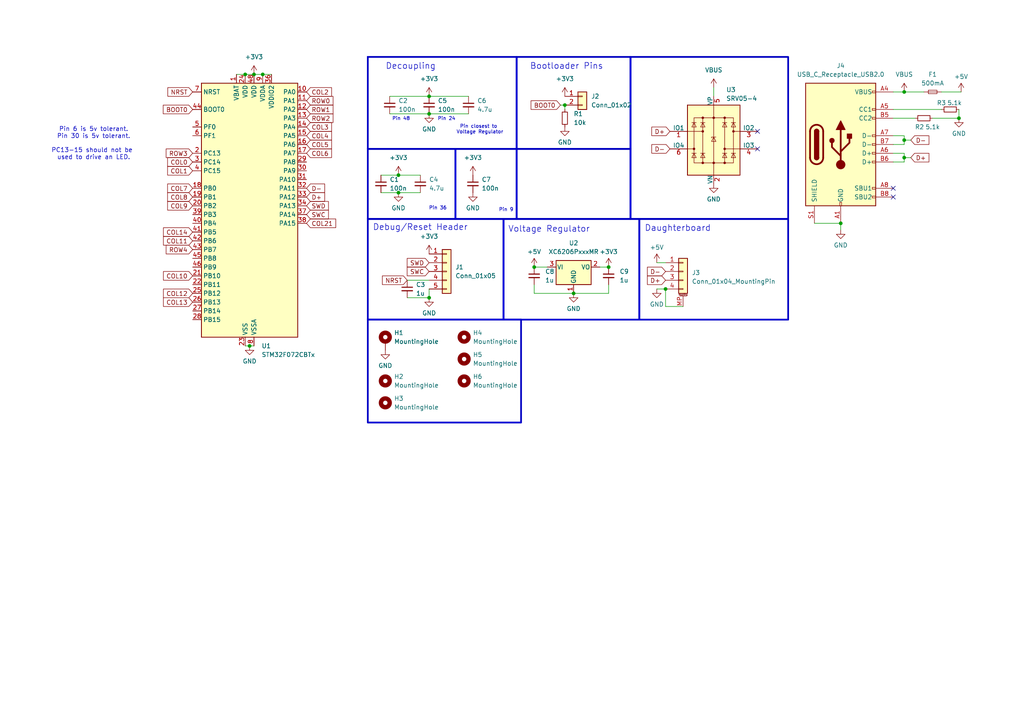
<source format=kicad_sch>
(kicad_sch (version 20231120) (generator "eeschema") (generator_version "8.0")
  (paper "A4")
  (junction (at 77.47 304.8))
  (junction (at 190.5 304.8))
  (junction (at 44.45 304.8))
  (junction (at 20.32 266.7))
  (junction (at 299.72 304.8))
  (junction (at 262.255 45.72))
  (junction (at 194.31 304.8))
  (junction (at 345.44 304.8))
  (junction (at 370.84 261.62))
  (junction (at 68.58 299.72))
  (junction (at 115.57 55.88))
  (junction (at 278.13 34.29))
  (junction (at 72.39 299.72))
  (junction (at 124.46 33.02))
  (junction (at 295.91 304.8))
  (junction (at 189.23 299.72))
  (junction (at 370.84 304.8))
  (junction (at 345.44 285.75))
  (junction (at 243.84 64.77))
  (junction (at 26.67 285.75))
  (junction (at 262.255 40.64))
  (junction (at 378.46 247.65))
  (junction (at 369.57 242.57))
  (junction (at 20.32 247.65))
  (junction (at 294.64 299.72))
  (junction (at 24.13 285.75))
  (junction (at 72.39 100.33))
  (junction (at 375.92 266.7))
  (junction (at 176.53 77.47))
  (junction (at 69.85 304.8))
  (junction (at 76.2 21.59))
  (junction (at 193.04 83.82))
  (junction (at 115.57 50.8))
  (junction (at 73.66 304.8))
  (junction (at 124.46 27.94))
  (junction (at 154.94 77.47))
  (junction (at 73.66 21.59))
  (junction (at 19.05 280.67))
  (junction (at 290.83 299.72))
  (junction (at 370.84 247.65))
  (junction (at 20.32 285.75))
  (junction (at 124.46 86.36))
  (junction (at 163.83 30.48))
  (junction (at 262.255 26.67))
  (junction (at 71.12 21.59))
  (junction (at 292.1 304.8))
  (junction (at 166.37 85.09))
  (junction (at 20.32 304.8))
  (junction (at 370.84 228.6))
  (junction (at 21.59 280.67))
  (junction (at 374.65 247.65))
  (junction (at 373.38 242.57))
  (no_connect (at 219.71 43.18))
  (no_connect (at 219.71 38.1))
  (no_connect (at 259.08 57.15))
  (no_connect (at 259.08 54.61))
  (wire (pts (xy 365.76 242.57) (xy 369.57 242.57)))
  (wire (pts (xy 365.76 299.72) (xy 369.57 299.72)))
  (wire (pts (xy 68.58 299.72) (xy 72.39 299.72)))
  (wire (pts (xy 71.12 100.33) (xy 72.39 100.33)))
  (wire (pts (xy 266.7 320.04) (xy 279.4 320.04)))
  (wire (pts (xy 72.39 299.72) (xy 74.93 299.72)))
  (wire (pts (xy 110.49 50.8) (xy 115.57 50.8)))
  (wire (pts (xy 255.27 306.07) (xy 255.27 320.04)))
  (wire (pts (xy 190.5 304.8) (xy 194.31 304.8)))
  (wire (pts (xy 259.08 44.45) (xy 262.255 44.45)))
  (wire (pts (xy 262.255 40.64) (xy 264.16 40.64)))
  (wire (pts (xy 345.44 285.75) (xy 349.25 285.75)))
  (wire (pts (xy 190.5 83.82) (xy 193.04 83.82)))
  (wire (pts (xy 190.5 76.2) (xy 193.04 76.2)))
  (wire (pts (xy 369.57 242.57) (xy 373.38 242.57)))
  (wire (pts (xy 20.32 266.7) (xy 24.13 266.7)))
  (wire (pts (xy 375.92 266.7) (xy 379.73 266.7)))
  (wire (pts (xy 15.24 242.57) (xy 19.05 242.57)))
  (wire (pts (xy 269.24 299.72) (xy 261.62 299.72)))
  (wire (pts (xy 21.59 280.67) (xy 24.13 280.67)))
  (wire (pts (xy 73.66 21.59) (xy 76.2 21.59)))
  (wire (pts (xy 378.46 247.65) (xy 382.27 247.65)))
  (wire (pts (xy 262.255 45.72) (xy 262.255 46.99)))
  (wire (pts (xy 64.77 299.72) (xy 68.58 299.72)))
  (wire (pts (xy 115.57 55.88) (xy 121.92 55.88)))
  (wire (pts (xy 113.03 33.02) (xy 124.46 33.02)))
  (wire (pts (xy 207.01 25.4) (xy 207.01 27.94)))
  (wire (pts (xy 260.35 299.72) (xy 260.35 306.07)))
  (wire (pts (xy 154.94 77.47) (xy 158.75 77.47)))
  (wire (pts (xy 194.31 304.8) (xy 198.12 304.8)))
  (wire (pts (xy 44.45 304.8) (xy 48.26 304.8)))
  (wire (pts (xy 292.1 304.8) (xy 295.91 304.8)))
  (wire (pts (xy 262.255 40.64) (xy 262.255 41.91)))
  (wire (pts (xy 15.24 261.62) (xy 19.05 261.62)))
  (wire (pts (xy 72.39 100.33) (xy 73.66 100.33)))
  (wire (pts (xy 185.42 299.72) (xy 189.23 299.72)))
  (wire (pts (xy 279.4 302.26) (xy 269.24 302.26)))
  (wire (pts (xy 259.08 41.91) (xy 262.255 41.91)))
  (wire (pts (xy 287.02 299.72) (xy 290.83 299.72)))
  (wire (pts (xy 176.53 85.09) (xy 176.53 82.55)))
  (wire (pts (xy 278.13 31.75) (xy 278.13 34.29)))
  (wire (pts (xy 77.47 304.8) (xy 80.01 304.8)))
  (wire (pts (xy 262.255 45.72) (xy 264.16 45.72)))
  (wire (pts (xy 260.35 306.07) (xy 255.27 306.07)))
  (wire (pts (xy 370.84 261.62) (xy 374.65 261.62)))
  (wire (pts (xy 20.32 304.8) (xy 24.13 304.8)))
  (wire (pts (xy 340.36 280.67) (xy 344.17 280.67)))
  (wire (pts (xy 259.08 26.67) (xy 262.255 26.67)))
  (wire (pts (xy 262.255 39.37) (xy 262.255 40.64)))
  (wire (pts (xy 189.23 299.72) (xy 193.04 299.72)))
  (wire (pts (xy 173.99 77.47) (xy 176.53 77.47)))
  (wire (pts (xy 299.72 304.8) (xy 303.53 304.8)))
  (wire (pts (xy 20.32 247.65) (xy 24.13 247.65)))
  (wire (pts (xy 262.255 44.45) (xy 262.255 45.72)))
  (wire (pts (xy 15.24 280.67) (xy 19.05 280.67)))
  (wire (pts (xy 115.57 50.8) (xy 121.92 50.8)))
  (wire (pts (xy 236.22 64.77) (xy 243.84 64.77)))
  (wire (pts (xy 374.65 247.65) (xy 378.46 247.65)))
  (wire (pts (xy 73.66 304.8) (xy 77.47 304.8)))
  (wire (pts (xy 193.04 83.82) (xy 193.04 88.9)))
  (wire (pts (xy 124.46 33.02) (xy 135.89 33.02)))
  (wire (pts (xy 166.37 85.09) (xy 176.53 85.09)))
  (wire (pts (xy 345.44 304.8) (xy 349.25 304.8)))
  (wire (pts (xy 26.67 285.75) (xy 29.21 285.75)))
  (wire (pts (xy 290.83 299.72) (xy 294.64 299.72)))
  (wire (pts (xy 154.94 82.55) (xy 154.94 85.09)))
  (wire (pts (xy 20.32 285.75) (xy 24.13 285.75)))
  (wire (pts (xy 118.11 86.36) (xy 124.46 86.36)))
  (wire (pts (xy 243.84 64.77) (xy 243.84 66.675)))
  (wire (pts (xy 113.03 27.94) (xy 124.46 27.94)))
  (wire (pts (xy 294.64 299.72) (xy 298.45 299.72)))
  (wire (pts (xy 76.2 21.59) (xy 78.74 21.59)))
  (wire (pts (xy 15.24 299.72) (xy 19.05 299.72)))
  (wire (pts (xy 259.08 34.29) (xy 265.43 34.29)))
  (wire (pts (xy 71.12 21.59) (xy 73.66 21.59)))
  (wire (pts (xy 270.51 34.29) (xy 278.13 34.29)))
  (wire (pts (xy 370.84 266.7) (xy 375.92 266.7)))
  (wire (pts (xy 68.58 21.59) (xy 71.12 21.59)))
  (wire (pts (xy 19.05 280.67) (xy 21.59 280.67)))
  (wire (pts (xy 193.04 88.9) (xy 198.12 88.9)))
  (wire (pts (xy 124.46 27.94) (xy 135.89 27.94)))
  (wire (pts (xy 295.91 304.8) (xy 299.72 304.8)))
  (wire (pts (xy 370.84 228.6) (xy 374.65 228.6)))
  (wire (pts (xy 110.49 55.88) (xy 115.57 55.88)))
  (wire (pts (xy 259.08 39.37) (xy 262.255 39.37)))
  (wire (pts (xy 69.85 304.8) (xy 73.66 304.8)))
  (wire (pts (xy 259.08 31.75) (xy 273.05 31.75)))
  (wire (pts (xy 162.56 30.48) (xy 163.83 30.48)))
  (wire (pts (xy 340.36 299.72) (xy 344.17 299.72)))
  (wire (pts (xy 39.37 299.72) (xy 43.18 299.72)))
  (wire (pts (xy 365.76 261.62) (xy 370.84 261.62)))
  (wire (pts (xy 259.08 46.99) (xy 262.255 46.99)))
  (wire (pts (xy 273.05 26.67) (xy 278.765 26.67)))
  (wire (pts (xy 365.76 223.52) (xy 369.57 223.52)))
  (wire (pts (xy 163.83 31.75) (xy 163.83 30.48)))
  (wire (pts (xy 279.4 320.04) (xy 279.4 302.26)))
  (wire (pts (xy 154.94 85.09) (xy 166.37 85.09)))
  (wire (pts (xy 269.24 302.26) (xy 269.24 299.72)))
  (wire (pts (xy 370.84 247.65) (xy 374.65 247.65)))
  (wire (pts (xy 262.255 26.67) (xy 267.97 26.67)))
  (wire (pts (xy 24.13 285.75) (xy 26.67 285.75)))
  (wire (pts (xy 124.46 83.82) (xy 124.46 86.36)))
  (wire (pts (xy 370.84 304.8) (xy 374.65 304.8)))
  (wire (pts (xy 118.11 81.28) (xy 124.46 81.28)))
  (wire (pts (xy 373.38 242.57) (xy 377.19 242.57)))
  (wire (pts (xy 255.27 320.04) (xy 261.62 320.04)))
  (rectangle (start 182.88 16.51) (end 228.6 63.5) (stroke (width 0.5)))
  (rectangle (start 106.68 43.18) (end 132.08 63.5) (stroke (width 0.5)))
  (rectangle (start 106.68 16.51) (end 149.86 43.18) (stroke (width 0.5)))
  (rectangle (start 146.05 63.5) (end 185.42 92.71) (stroke (width 0.5)))
  (rectangle (start 149.86 16.51) (end 182.88 43.18) (stroke (width 0.5)))
  (rectangle (start 132.08 43.18) (end 149.86 63.5) (stroke (width 0.5)))
  (rectangle (start 149.86 43.18) (end 182.88 63.5) (stroke (width 0.5)))
  (rectangle (start 185.42 63.5) (end 228.6 92.71) (stroke (width 0.5)))
  (rectangle (start 106.68 92.71) (end 151.13 122.555) (stroke (width 0.5)))
  (rectangle (start 106.68 63.5) (end 146.05 92.71) (stroke (width 0.5)))
  (text "Pin closest to \nVoltage Regulator" (at 139.192 37.592 0) (effects (font (size 1 1))))
  (text "Pin 6 is 5v tolerant.\nPin 30 is 5v tolerant.\n\nPC13-15 should not be \nused to drive an LED." (at 27.178 41.656 0) (effects (font (size 1.27 1.27))))
  (text "Debug/Reset Header" (at 121.92 66.04 0) (effects (font (size 1.75 1.75))))
  (text "Daughterboard" (at 196.596 66.294 0) (effects (font (size 1.75 1.75))))
  (text "Pin 48" (at 116.332 34.544 0) (effects (font (size 1 1))))
  (text "Pin 36" (at 127 60.452 0) (effects (font (size 1 1))))
  (text "Pin 24" (at 129.54 34.544 0) (effects (font (size 1 1))))
  (text "Pin 9" (at 146.812 60.96 0) (effects (font (size 1 1))))
  (text "Decoupling" (at 119.126 19.304 0) (effects (font (size 1.75 1.75))))
  (text "Bootloader Pins" (at 164.338 19.304 0) (effects (font (size 1.75 1.75))))
  (text "Voltage Regulator" (at 159.258 66.548 0) (effects (font (size 1.75 1.75))))
  (global_label "ROW0" (shape input) (at 69.85 233.68 180) (property "Intersheetrefs" "${INTERSHEET_REFS}" (effects (hide yes))))
  (global_label "ROW1" (shape input) (at 241.3 252.73 180) (property "Intersheetrefs" "${INTERSHEET_REFS}" (effects (hide yes))))
  (global_label "ROW0" (shape input) (at 93.98 233.68 180) (property "Intersheetrefs" "${INTERSHEET_REFS}" (effects (hide yes))))
  (global_label "COL8" (shape input) (at 210.82 261.62 180) (property "Intersheetrefs" "${INTERSHEET_REFS}" (effects (hide yes))))
  (global_label "ROW3" (shape input) (at 190.5 290.83 180) (property "Intersheetrefs" "${INTERSHEET_REFS}" (effects (hide yes))))
  (global_label "SWC" (shape input) (at 88.9 62.23 0) (property "Intersheetrefs" "${INTERSHEET_REFS}" (effects (hide yes))))
  (global_label "ROW1" (shape input) (at 370.84 252.73 180) (property "Intersheetrefs" "${INTERSHEET_REFS}" (effects (hide yes))))
  (global_label "ROW0" (shape input) (at 142.24 233.68 180) (property "Intersheetrefs" "${INTERSHEET_REFS}" (effects (hide yes))))
  (global_label "ROW1" (shape input) (at 88.9 31.75 0) (property "Intersheetrefs" "${INTERSHEET_REFS}" (effects (hide yes))))
  (global_label "COL2" (shape input) (at 64.77 223.52 180) (property "Intersheetrefs" "${INTERSHEET_REFS}" (effects (hide yes))))
  (global_label "COL14" (shape input) (at 365.76 223.52 180) (property "Intersheetrefs" "${INTERSHEET_REFS}" (effects (hide yes))))
  (global_label "COL11" (shape input) (at 287.02 261.62 180) (property "Intersheetrefs" "${INTERSHEET_REFS}" (effects (hide yes))))
  (global_label "ROW1" (shape input) (at 93.98 252.73 180) (property "Intersheetrefs" "${INTERSHEET_REFS}" (effects (hide yes))))
  (global_label "ROW4" (shape input) (at 142.24 309.88 180) (property "Intersheetrefs" "${INTERSHEET_REFS}" (effects (hide yes))))
  (global_label "COL4" (shape input) (at 113.03 280.67 180) (property "Intersheetrefs" "${INTERSHEET_REFS}" (effects (hide yes))))
  (global_label "COL10" (shape input) (at 261.62 280.67 180) (property "Intersheetrefs" "${INTERSHEET_REFS}" (effects (hide yes))))
  (global_label "D+" (shape input) (at 194.31 38.1 180) (property "Intersheetrefs" "${INTERSHEET_REFS}" (effects (hide yes))))
  (global_label "COL14" (shape input) (at 365.76 261.62 180) (property "Intersheetrefs" "${INTERSHEET_REFS}" (effects (hide yes))))
  (global_label "COL3" (shape input) (at 88.9 223.52 180) (property "Intersheetrefs" "${INTERSHEET_REFS}" (effects (hide yes))))
  (global_label "COL2" (shape input) (at 64.77 261.62 180) (property "Intersheetrefs" "${INTERSHEET_REFS}" (effects (hide yes))))
  (global_label "COL10" (shape input) (at 261.62 261.62 180) (property "Intersheetrefs" "${INTERSHEET_REFS}" (effects (hide yes))))
  (global_label "D+" (shape input) (at 193.04 81.28 180) (property "Intersheetrefs" "${INTERSHEET_REFS}" (effects (hide yes))))
  (global_label "ROW1" (shape input) (at 215.9 252.73 180) (property "Intersheetrefs" "${INTERSHEET_REFS}" (effects (hide yes))))
  (global_label "COL13" (shape input) (at 340.36 261.62 180) (property "Intersheetrefs" "${INTERSHEET_REFS}" (effects (hide yes))))
  (global_label "COL5" (shape input) (at 137.16 261.62 180) (property "Intersheetrefs" "${INTERSHEET_REFS}" (effects (hide yes))))
  (global_label "ROW2" (shape input) (at 370.84 271.78 180) (property "Intersheetrefs" "${INTERSHEET_REFS}" (effects (hide yes))))
  (global_label "ROW4" (shape input) (at 370.84 309.88 180) (property "Intersheetrefs" "${INTERSHEET_REFS}" (effects (hide yes))))
  (global_label "D-" (shape input) (at 194.31 43.18 180) (property "Intersheetrefs" "${INTERSHEET_REFS}" (effects (hide yes))))
  (global_label "ROW3" (shape input) (at 55.88 44.45 180) (property "Intersheetrefs" "${INTERSHEET_REFS}" (effects (hide yes))))
  (global_label "COL5" (shape input) (at 137.16 280.67 180) (property "Intersheetrefs" "${INTERSHEET_REFS}" (effects (hide yes))))
  (global_label "COL10" (shape input) (at 261.62 223.52 180) (property "Intersheetrefs" "${INTERSHEET_REFS}" (effects (hide yes))))
  (global_label "ROW4" (shape input) (at 69.85 309.88 180) (property "Intersheetrefs" "${INTERSHEET_REFS}" (effects (hide yes))))
  (global_label "COL12" (shape input) (at 55.88 85.09 180) (property "Intersheetrefs" "${INTERSHEET_REFS}" (effects (hide yes))))
  (global_label "ROW0" (shape input) (at 266.7 233.68 180) (property "Intersheetrefs" "${INTERSHEET_REFS}" (effects (hide yes))))
  (global_label "ROW4" (shape input) (at 266.7 309.88 180) (property "Intersheetrefs" "${INTERSHEET_REFS}" (effects (hide yes))))
  (global_label "ROW1" (shape input) (at 20.32 252.73 180) (property "Intersheetrefs" "${INTERSHEET_REFS}" (effects (hide yes))))
  (global_label "COL1" (shape input) (at 39.37 223.52 180) (property "Intersheetrefs" "${INTERSHEET_REFS}" (effects (hide yes))))
  (global_label "COL9" (shape input) (at 236.22 261.62 180) (property "Intersheetrefs" "${INTERSHEET_REFS}" (effects (hide yes))))
  (global_label "COL2" (shape input) (at 88.9 26.67 0) (property "Intersheetrefs" "${INTERSHEET_REFS}" (effects (hide yes))))
  (global_label "COL13" (shape input) (at 55.88 87.63 180) (property "Intersheetrefs" "${INTERSHEET_REFS}" (effects (hide yes))))
  (global_label "ROW2" (shape input) (at 142.24 271.78 180) (property "Intersheetrefs" "${INTERSHEET_REFS}" (effects (hide yes))))
  (global_label "ROW2" (shape input) (at 345.44 271.78 180) (property "Intersheetrefs" "${INTERSHEET_REFS}" (effects (hide yes))))
  (global_label "COL8" (shape input) (at 210.82 280.67 180) (property "Intersheetrefs" "${INTERSHEET_REFS}" (effects (hide yes))))
  (global_label "NRST" (shape input) (at 55.88 26.67 180) (property "Intersheetrefs" "${INTERSHEET_REFS}" (effects (hide yes))))
  (global_label "COL6" (shape input) (at 161.29 242.57 180) (property "Intersheetrefs" "${INTERSHEET_REFS}" (effects (hide yes))))
  (global_label "COL4" (shape input) (at 88.9 39.37 0) (property "Intersheetrefs" "${INTERSHEET_REFS}" (effects (hide yes))))
  (global_label "D-" (shape input) (at 264.16 40.64 0) (property "Intersheetrefs" "${INTERSHEET_REFS}" (effects (hide yes))))
  (global_label "COL7" (shape input) (at 185.42 280.67 180) (property "Intersheetrefs" "${INTERSHEET_REFS}" (effects (hide yes))))
  (global_label "COL7" (shape input) (at 185.42 242.57 180) (property "Intersheetrefs" "${INTERSHEET_REFS}" (effects (hide yes))))
  (global_label "ROW2" (shape input) (at 88.9 34.29 0) (property "Intersheetrefs" "${INTERSHEET_REFS}" (effects (hide yes))))
  (global_label "COL6" (shape input) (at 88.9 44.45 0) (property "Intersheetrefs" "${INTERSHEET_REFS}" (effects (hide yes))))
  (global_label "SWD" (shape input) (at 88.9 59.69 0) (property "Intersheetrefs" "${INTERSHEET_REFS}" (effects (hide yes))))
  (global_label "COL3" (shape input) (at 88.9 261.62 180) (property "Intersheetrefs" "${INTERSHEET_REFS}" (effects (hide yes))))
  (global_label "COL12" (shape input) (at 313.69 261.62 180) (property "Intersheetrefs" "${INTERSHEET_REFS}" (effects (hide yes))))
  (global_label "D+" (shape input) (at 264.16 45.72 0) (property "Intersheetrefs" "${INTERSHEET_REFS}" (effects (hide yes))))
  (global_label "BOOT0" (shape input) (at 162.56 30.48 180) (property "Intersheetrefs" "${INTERSHEET_REFS}" (effects (hide yes))))
  (global_label "COL3" (shape input) (at 88.9 36.83 0) (property "Intersheetrefs" "${INTERSHEET_REFS}" (effects (hide yes))))
  (global_label "D-" (shape input) (at 193.04 78.74 180) (property "Intersheetrefs" "${INTERSHEET_REFS}" (effects (hide yes))))
  (global_label "COL14" (shape input) (at 365.76 280.67 180) (property "Intersheetrefs" "${INTERSHEET_REFS}" (effects (hide yes))))
  (global_label "COL13" (shape input) (at 340.36 223.52 180) (property "Intersheetrefs" "${INTERSHEET_REFS}" (effects (hide yes))))
  (global_label "NRST" (shape input) (at 118.11 81.28 180) (property "Intersheetrefs" "${INTERSHEET_REFS}" (effects (hide yes))))
  (global_label "ROW0" (shape input) (at 292.1 233.68 180) (property "Intersheetrefs" "${INTERSHEET_REFS}" (effects (hide yes))))
  (global_label "COL9" (shape input) (at 236.22 242.57 180) (property "Intersheetrefs" "${INTERSHEET_REFS}" (effects (hide yes))))
  (global_label "ROW0" (shape input) (at 166.37 233.68 180) (property "Intersheetrefs" "${INTERSHEET_REFS}" (effects (hide yes))))
  (global_label "ROW4" (shape input) (at 44.45 309.88 180) (property "Intersheetrefs" "${INTERSHEET_REFS}" (effects (hide yes))))
  (global_label "COL9" (shape input) (at 236.22 223.52 180) (property "Intersheetrefs" "${INTERSHEET_REFS}" (effects (hide yes))))
  (global_label "ROW2" (shape input) (at 318.77 271.78 180) (property "Intersheetrefs" "${INTERSHEET_REFS}" (effects (hide yes))))
  (global_label "COL5" (shape input) (at 137.16 223.52 180) (property "Intersheetrefs" "${INTERSHEET_REFS}" (effects (hide yes))))
  (global_label "ROW2" (shape input) (at 20.32 271.78 180) (property "Intersheetrefs" "${INTERSHEET_REFS}" (effects (hide yes))))
  (global_label "ROW3" (shape input) (at 69.85 290.83 180) (property "Intersheetrefs" "${INTERSHEET_REFS}" (effects (hide yes))))
  (global_label "COL12" (shape input) (at 313.69 223.52 180) (property "Intersheetrefs" "${INTERSHEET_REFS}" (effects (hide yes))))
  (global_label "COL6" (shape input) (at 161.29 223.52 180) (property "Intersheetrefs" "${INTERSHEET_REFS}" (effects (hide yes))))
  (global_label "ROW1" (shape input) (at 190.5 252.73 180) (property "Intersheetrefs" "${INTERSHEET_REFS}" (effects (hide yes))))
  (global_label "ROW2" (shape input) (at 241.3 271.78 180) (property "Intersheetrefs" "${INTERSHEET_REFS}" (effects (hide yes))))
  (global_label "COL0" (shape input) (at 55.88 46.99 180) (property "Intersheetrefs" "${INTERSHEET_REFS}" (effects (hide yes))))
  (global_label "ROW3" (shape input) (at 166.37 290.83 180) (property "Intersheetrefs" "${INTERSHEET_REFS}" (effects (hide yes))))
  (global_label "COL4" (shape input) (at 113.03 261.62 180) (property "Intersheetrefs" "${INTERSHEET_REFS}" (effects (hide yes))))
  (global_label "ROW0" (shape input) (at 88.9 29.21 0) (property "Intersheetrefs" "${INTERSHEET_REFS}" (effects (hide yes))))
  (global_label "COL5" (shape input) (at 137.16 299.72 180) (property "Intersheetrefs" "${INTERSHEET_REFS}" (effects (hide yes))))
  (global_label "ROW2" (shape input) (at 118.11 271.78 180) (property "Intersheetrefs" "${INTERSHEET_REFS}" (effects (hide yes))))
  (global_label "ROW0" (shape input) (at 118.11 233.68 180) (property "Intersheetrefs" "${INTERSHEET_REFS}" (effects (hide yes))))
  (global_label "ROW1" (shape input) (at 142.24 252.73 180) (property "Intersheetrefs" "${INTERSHEET_REFS}" (effects (hide yes))))
  (global_label "COL11" (shape input) (at 287.02 299.72 180) (property "Intersheetrefs" "${INTERSHEET_REFS}" (effects (hide yes))))
  (global_label "COL12" (shape input) (at 313.69 242.57 180) (property "Intersheetrefs" "${INTERSHEET_REFS}" (effects (hide yes))))
  (global_label "COL6" (shape input) (at 161.29 280.67 180) (property "Intersheetrefs" "${INTERSHEET_REFS}" (effects (hide yes))))
  (global_label "SWC" (shape input) (at 124.46 78.74 180) (property "Intersheetrefs" "${INTERSHEET_REFS}" (effects (hide yes))))
  (global_label "ROW0" (shape input) (at 370.84 233.68 180) (property "Intersheetrefs" "${INTERSHEET_REFS}" (effects (hide yes))))
  (global_label "COL0" (shape input) (at 15.24 299.72 180) (property "Intersheetrefs" "${INTERSHEET_REFS}" (effects (hide yes))))
  (global_label "ROW0" (shape input) (at 241.3 233.68 180) (property "Intersheetrefs" "${INTERSHEET_REFS}" (effects (hide yes))))
  (global_label "COL3" (shape input) (at 88.9 242.57 180) (property "Intersheetrefs" "${INTERSHEET_REFS}" (effects (hide yes))))
  (global_label "COL8" (shape input) (at 55.88 57.15 180) (property "Intersheetrefs" "${INTERSHEET_REFS}" (effects (hide yes))))
  (global_label "ROW3" (shape input) (at 292.1 290.83 180) (property "Intersheetrefs" "${INTERSHEET_REFS}" (effects (hide yes))))
  (global_label "COL9" (shape input) (at 55.88 59.69 180) (property "Intersheetrefs" "${INTERSHEET_REFS}" (effects (hide yes))))
  (global_label "ROW3" (shape input) (at 142.24 290.83 180) (property "Intersheetrefs" "${INTERSHEET_REFS}" (effects (hide yes))))
  (global_label "ROW1" (shape input) (at 266.7 252.73 180) (property "Intersheetrefs" "${INTERSHEET_REFS}" (effects (hide yes))))
  (global_label "ROW0" (shape input) (at 44.45 233.68 180) (property "Intersheetrefs" "${INTERSHEET_REFS}" (effects (hide yes))))
  (global_label "COL0" (shape input) (at 15.24 261.62 180) (property "Intersheetrefs" "${INTERSHEET_REFS}" (effects (hide yes))))
  (global_label "COL14" (shape input) (at 55.88 67.31 180) (property "Intersheetrefs" "${INTERSHEET_REFS}" (effects (hide yes))))
  (global_label "COL11" (shape input) (at 287.02 280.67 180) (property "Intersheetrefs" "${INTERSHEET_REFS}" (effects (hide yes))))
  (global_label "ROW3" (shape input) (at 118.11 290.83 180) (property "Intersheetrefs" "${INTERSHEET_REFS}" (effects (hide yes))))
  (global_label "COL6" (shape input) (at 161.29 261.62 180) (property "Intersheetrefs" "${INTERSHEET_REFS}" (effects (hide yes))))
  (global_label "COL5" (shape input) (at 137.16 242.57 180) (property "Intersheetrefs" "${INTERSHEET_REFS}" (effects (hide yes))))
  (global_label "COL21" (shape input) (at 88.9 64.77 0) (property "Intersheetrefs" "${INTERSHEET_REFS}" (effects (hide yes))))
  (global_label "COL1" (shape input) (at 39.37 299.72 180) (property "Intersheetrefs" "${INTERSHEET_REFS}" (effects (hide yes))))
  (global_label "COL13" (shape input) (at 340.36 242.57 180) (property "Intersheetrefs" "${INTERSHEET_REFS}" (effects (hide yes))))
  (global_label "ROW2" (shape input) (at 266.7 271.78 180) (property "Intersheetrefs" "${INTERSHEET_REFS}" (effects (hide yes))))
  (global_label "COL1" (shape input) (at 55.88 49.53 180) (property "Intersheetrefs" "${INTERSHEET_REFS}" (effects (hide yes))))
  (global_label "COL7" (shape input) (at 185.42 223.52 180) (property "Intersheetrefs" "${INTERSHEET_REFS}" (effects (hide yes))))
  (global_label "COL14" (shape input) (at 365.76 299.72 180) (property "Intersheetrefs" "${INTERSHEET_REFS}" (effects (hide yes))))
  (global_label "D+" (shape input) (at 88.9 57.15 0) (property "Intersheetrefs" "${INTERSHEET_REFS}" (effects (hide yes))))
  (global_label "COL2" (shape input) (at 64.77 242.57 180) (property "Intersheetrefs" "${INTERSHEET_REFS}" (effects (hide yes))))
  (global_label "ROW2" (shape input) (at 190.5 271.78 180) (property "Intersheetrefs" "${INTERSHEET_REFS}" (effects (hide yes))))
  (global_label "SWD" (shape input) (at 124.46 76.2 180) (property "Intersheetrefs" "${INTERSHEET_REFS}" (effects (hide yes))))
  (global_label "ROW3" (shape input) (at 266.7 290.83 180) (property "Intersheetrefs" "${INTERSHEET_REFS}" (effects (hide yes))))
  (global_label "ROW0" (shape input) (at 318.77 233.68 180) (property "Intersheetrefs" "${INTERSHEET_REFS}" (effects (hide yes))))
  (global_label "COL0" (shape input) (at 15.24 223.52 180) (property "Intersheetrefs" "${INTERSHEET_REFS}" (effects (hide yes))))
  (global_label "COL0" (shape input) (at 15.24 242.57 180) (property "Intersheetrefs" "${INTERSHEET_REFS}" (effects (hide yes))))
  (global_label "COL4" (shape input) (at 113.03 242.57 180) (property "Intersheetrefs" "${INTERSHEET_REFS}" (effects (hide yes))))
  (global_label "ROW4" (shape input) (at 190.5 309.88 180) (property "Intersheetrefs" "${INTERSHEET_REFS}" (effects (hide yes))))
  (global_label "COL7" (shape input) (at 185.42 261.62 180) (property "Intersheetrefs" "${INTERSHEET_REFS}" (effects (hide yes))))
  (global_label "COL5" (shape input) (at 88.9 41.91 0) (property "Intersheetrefs" "${INTERSHEET_REFS}" (effects (hide yes))))
  (global_label "ROW3" (shape input) (at 241.3 290.83 180) (property "Intersheetrefs" "${INTERSHEET_REFS}" (effects (hide yes))))
  (global_label "COL11" (shape input) (at 287.02 242.57 180) (property "Intersheetrefs" "${INTERSHEET_REFS}" (effects (hide yes))))
  (global_label "COL11" (shape input) (at 287.02 223.52 180) (property "Intersheetrefs" "${INTERSHEET_REFS}" (effects (hide yes))))
  (global_label "COL13" (shape input) (at 340.36 299.72 180) (property "Intersheetrefs" "${INTERSHEET_REFS}" (effects (hide yes))))
  (global_label "ROW3" (shape input) (at 345.44 290.83 180) (property "Intersheetrefs" "${INTERSHEET_REFS}" (effects (hide yes))))
  (global_label "ROW3" (shape input) (at 93.98 290.83 180) (property "Intersheetrefs" "${INTERSHEET_REFS}" (effects (hide yes))))
  (global_label "ROW0" (shape input) (at 190.5 233.68 180) (property "Intersheetrefs" "${INTERSHEET_REFS}" (effects (hide yes))))
  (global_label "COL10" (shape input) (at 55.88 80.01 180) (property "Intersheetrefs" "${INTERSHEET_REFS}" (effects (hide yes))))
  (global_label "ROW0" (shape input) (at 345.44 233.68 180) (property "Intersheetrefs" "${INTERSHEET_REFS}" (effects (hide yes))))
  (global_label "COL11" (shape input) (at 55.88 69.85 180) (property "Intersheetrefs" "${INTERSHEET_REFS}" (effects (hide yes))))
  (global_label "ROW1" (shape input) (at 318.77 252.73 180) (property "Intersheetrefs" "${INTERSHEET_REFS}" (effects (hide yes))))
  (global_label "ROW2" (shape input) (at 93.98 271.78 180) (property "Intersheetrefs" "${INTERSHEET_REFS}" (effects (hide yes))))
  (global_label "ROW2" (shape input) (at 166.37 271.78 180) (property "Intersheetrefs" "${INTERSHEET_REFS}" (effects (hide yes))))
  (global_label "COL8" (shape input) (at 210.82 223.52 180) (property "Intersheetrefs" "${INTERSHEET_REFS}" (effects (hide yes))))
  (global_label "D-" (shape input) (at 88.9 54.61 0) (property "Intersheetrefs" "${INTERSHEET_REFS}" (effects (hide yes))))
  (global_label "COL0" (shape input) (at 15.24 280.67 180) (property "Intersheetrefs" "${INTERSHEET_REFS}" (effects (hide yes))))
  (global_label "COL8" (shape input) (at 210.82 242.57 180) (property "Intersheetrefs" "${INTERSHEET_REFS}" (effects (hide yes))))
  (global_label "COL2" (shape input) (at 64.77 280.67 180) (property "Intersheetrefs" "${INTERSHEET_REFS}" (effects (hide yes))))
  (global_label "COL2" (shape input) (at 64.77 299.72 180) (property "Intersheetrefs" "${INTERSHEET_REFS}" (effects (hide yes))))
  (global_label "ROW3" (shape input) (at 215.9 290.83 180) (property "Intersheetrefs" "${INTERSHEET_REFS}" (effects (hide yes))))
  (global_label "ROW2" (shape input) (at 69.85 271.78 180) (property "Intersheetrefs" "${INTERSHEET_REFS}" (effects (hide yes))))
  (global_label "COL14" (shape input) (at 365.76 242.57 180) (property "Intersheetrefs" "${INTERSHEET_REFS}" (effects (hide yes))))
  (global_label "ROW4" (shape input) (at 345.44 309.88 180) (property "Intersheetrefs" "${INTERSHEET_REFS}" (effects (hide yes))))
  (global_label "ROW1" (shape input) (at 292.1 252.73 180) (property "Intersheetrefs" "${INTERSHEET_REFS}" (effects (hide yes))))
  (global_label "COL13" (shape input) (at 340.36 280.67 180) (property "Intersheetrefs" "${INTERSHEET_REFS}" (effects (hide yes))))
  (global_label "ROW3" (shape input) (at 370.84 290.83 180) (property "Intersheetrefs" "${INTERSHEET_REFS}" (effects (hide yes))))
  (global_label "ROW1" (shape input) (at 345.44 252.73 180) (property "Intersheetrefs" "${INTERSHEET_REFS}" (effects (hide yes))))
  (global_label "COL7" (shape input) (at 55.88 54.61 180) (property "Intersheetrefs" "${INTERSHEET_REFS}" (effects (hide yes))))
  (global_label "COL4" (shape input) (at 113.03 223.52 180) (property "Intersheetrefs" "${INTERSHEET_REFS}" (effects (hide yes))))
  (global_label "COL10" (shape input) (at 260.35 299.72 180) (property "Intersheetrefs" "${INTERSHEET_REFS}" (effects (hide yes))))
  (global_label "COL1" (shape input) (at 39.37 280.67 180) (property "Intersheetrefs" "${INTERSHEET_REFS}" (effects (hide yes))))
  (global_label "ROW1" (shape input) (at 166.37 252.73 180) (property "Intersheetrefs" "${INTERSHEET_REFS}" (effects (hide yes))))
  (global_label "ROW2" (shape input) (at 215.9 271.78 180) (property "Intersheetrefs" "${INTERSHEET_REFS}" (effects (hide yes))))
  (global_label "ROW3" (shape input) (at 44.45 290.83 180) (property "Intersheetrefs" "${INTERSHEET_REFS}" (effects (hide yes))))
  (global_label "ROW1" (shape input) (at 69.85 252.73 180) (property "Intersheetrefs" "${INTERSHEET_REFS}" (effects (hide yes))))
  (global_label "ROW0" (shape input) (at 215.9 233.68 180) (property "Intersheetrefs" "${INTERSHEET_REFS}" (effects (hide yes))))
  (global_label "ROW1" (shape input) (at 118.11 252.73 180) (property "Intersheetrefs" "${INTERSHEET_REFS}" (effects (hide yes))))
  (global_label "COL10" (shape input) (at 261.62 242.57 180) (property "Intersheetrefs" "${INTERSHEET_REFS}" (effects (hide yes))))
  (global_label "ROW4" (shape input) (at 55.88 72.39 180) (property "Intersheetrefs" "${INTERSHEET_REFS}" (effects (hide yes))))
  (global_label "ROW4" (shape input) (at 292.1 309.88 180) (property "Intersheetrefs" "${INTERSHEET_REFS}" (effects (hide yes))))
  (global_label "COL3" (shape input) (at 88.9 280.67 180) (property "Intersheetrefs" "${INTERSHEET_REFS}" (effects (hide yes))))
  (global_label "COL9" (shape input) (at 236.22 280.67 180) (property "Intersheetrefs" "${INTERSHEET_REFS}" (effects (hide yes))))
  (global_label "ROW2" (shape input) (at 292.1 271.78 180) (property "Intersheetrefs" "${INTERSHEET_REFS}" (effects (hide yes))))
  (global_label "ROW3" (shape input) (at 20.32 290.83 180) (property "Intersheetrefs" "${INTERSHEET_REFS}" (effects (hide yes))))
  (global_label "ROW0" (shape input) (at 20.32 233.68 180) (property "Intersheetrefs" "${INTERSHEET_REFS}" (effects (hide yes))))
  (global_label "ROW4" (shape input) (at 20.32 309.88 180) (property "Intersheetrefs" "${INTERSHEET_REFS}" (effects (hide yes))))
  (global_label "BOOT0" (shape input) (at 55.88 31.75 180) (property "Intersheetrefs" "${INTERSHEET_REFS}" (effects (hide yes))))
  (global_label "COL7" (shape input) (at 185.42 299.72 180) (property "Intersheetrefs" "${INTERSHEET_REFS}" (effects (hide yes))))
  (symbol (lib_id "power:+5V") (at 278.765 26.67 0) (unit 1)
    (property "Reference" "#PWR022" (effects (hide yes)))
    (property "Value" "+5V" (at 278.765 22.225 0))
  )
  (symbol (lib_id "PCM_marbastlib-mx:MX_SW_solder") (at 45.72 302.26 0) (unit 1)
    (property "Reference" "SW13" (at 45.72 294.64 0))
    (property "Value" "MX_SW_solder" (at 45.72 297.18 0))
    (property "Footprint" "SI60:SW_HiTek725_1u" (effects (hide yes)))
    (property "Description" "Push button switch, normally open, two pins, 45° tilted" (effects (hide yes)))
  )
  (symbol (lib_id "power:GND") (at 278.13 34.29 0) (unit 1)
    (property "Reference" "#PWR021" (effects (hide yes)))
    (property "Value" "GND" (at 278.13 38.735 0))
  )
  (symbol (lib_id "PCM_marbastlib-mx:MX_SW_solder") (at 289.56 226.06 0) (unit 1)
    (property "Reference" "SW57" (at 289.56 218.44 0))
    (property "Value" "MX_SW_solder" (at 289.56 220.98 0))
    (property "Footprint" "SI60:SW_HiTek725_1u" (effects (hide yes)))
    (property "Description" "Push button switch, normally open, two pins, 45° tilted" (effects (hide yes)))
  )
  (symbol (lib_id "PCM_marbastlib-mx:MX_SW_solder") (at 213.36 264.16 0) (unit 1)
    (property "Reference" "SW46" (at 213.36 256.54 0))
    (property "Value" "MX_SW_solder" (at 213.36 259.08 0))
    (property "Footprint" "SI60:SW_HiTek725_1u" (effects (hide yes)))
    (property "Description" "Push button switch, normally open, two pins, 45° tilted" (effects (hide yes)))
  )
  (symbol (lib_id "PCM_marbastlib-mx:MX_SW_solder") (at 77.47 302.26 0) (unit 1)
    (property "Reference" "SW88" (at 77.47 294.64 0))
    (property "Value" "MX_SW_solder" (at 77.47 297.18 0))
    (property "Footprint" "SI60:SW_HiTek725_1u_OvalRight" (effects (hide yes)))
    (property "Description" "Push button switch, normally open, two pins, 45° tilted" (effects (hide yes)))
  )
  (symbol (lib_id "PCM_marbastlib-mx:MX_SW_solder") (at 91.44 245.11 0) (unit 1)
    (property "Reference" "SW21" (at 91.44 237.49 0))
    (property "Value" "MX_SW_solder" (at 91.44 240.03 0))
    (property "Footprint" "SI60:SW_HiTek725_1u" (effects (hide yes)))
    (property "Description" "Push button switch, normally open, two pins, 45° tilted" (effects (hide yes)))
  )
  (symbol (lib_id "power:VBUS") (at 262.255 26.67 0) (unit 1)
    (property "Reference" "#PWR020" (effects (hide yes)))
    (property "Value" "VBUS" (at 262.255 21.59 0))
  )
  (symbol (lib_id "power:GND") (at 166.37 85.09 0) (unit 1)
    (property "Reference" "#PWR014" (effects (hide yes)))
    (property "Value" "GND" (at 166.37 89.535 0))
  )
  (symbol (lib_id "Device:D_Small") (at 345.44 269.24 90) (unit 1)
    (property "Reference" "D59" (at 347.98 267.9699 90) (effects (justify right)))
    (property "Value" "D_Small" (at 347.98 270.5099 90) (effects (justify right)))
    (property "Footprint" "Diode_SMD:D_SOD-123" (effects (hide yes)))
    (property "Description" "Diode, small symbol" (effects (hide yes)))
    (property "Sim.Device" "D" (effects (hide yes)))
    (property "Sim.Pins" "1=K 2=A" (effects (hide yes)))
  )
  (symbol (lib_id "Device:D_Small") (at 69.85 231.14 90) (unit 1)
    (property "Reference" "D9" (at 72.39 229.8699 90) (effects (justify right)))
    (property "Value" "D_Small" (at 72.39 232.4099 90) (effects (justify right)))
    (property "Footprint" "Diode_SMD:D_SOD-123" (effects (hide yes)))
    (property "Description" "Diode, small symbol" (effects (hide yes)))
    (property "Sim.Device" "D" (effects (hide yes)))
    (property "Sim.Pins" "1=K 2=A" (effects (hide yes)))
  )
  (symbol (lib_id "Device:D_Small") (at 266.7 250.19 90) (unit 1)
    (property "Reference" "D45" (at 269.24 248.9199 90) (effects (justify right)))
    (property "Value" "D_Small" (at 269.24 251.4599 90) (effects (justify right)))
    (property "Footprint" "Diode_SMD:D_SOD-123" (effects (hide yes)))
    (property "Description" "Diode, small symbol" (effects (hide yes)))
    (property "Sim.Device" "D" (effects (hide yes)))
    (property "Sim.Pins" "1=K 2=A" (effects (hide yes)))
  )
  (symbol (lib_id "Mechanical:MountingHole") (at 134.62 110.49 0) (unit 1) (exclude_from_sim yes) (in_bom no)
    (property "Reference" "H6" (at 137.16 109.2199 0) (effects (justify left)))
    (property "Value" "MountingHole" (at 137.16 111.7599 0) (effects (justify left)))
    (property "Footprint" "SI60:GH60_Standoff_Slot_Edge" (effects (hide yes)))
    (property "Description" "Mounting Hole without connection" (effects (hide yes)))
  )
  (symbol (lib_id "PCM_marbastlib-mx:MX_SW_solder") (at 342.9 245.11 0) (unit 1)
    (property "Reference" "SW67" (at 342.9 237.49 0))
    (property "Value" "MX_SW_solder" (at 342.9 240.03 0))
    (property "Footprint" "SI60:SW_HiTek725_1u" (effects (hide yes)))
    (property "Description" "Push button switch, normally open, two pins, 45° tilted" (effects (hide yes)))
  )
  (symbol (lib_id "PCM_marbastlib-mx:MX_SW_solder") (at 238.76 226.06 0) (unit 1)
    (property "Reference" "SW48" (at 238.76 218.44 0))
    (property "Value" "MX_SW_solder" (at 238.76 220.98 0))
    (property "Footprint" "SI60:SW_HiTek725_1u" (effects (hide yes)))
    (property "Description" "Push button switch, normally open, two pins, 45° tilted" (effects (hide yes)))
  )
  (symbol (lib_id "Device:D_Small") (at 215.9 250.19 90) (unit 1)
    (property "Reference" "D37" (at 218.44 248.9199 90) (effects (justify right)))
    (property "Value" "D_Small" (at 218.44 251.4599 90) (effects (justify right)))
    (property "Footprint" "Diode_SMD:D_SOD-123" (effects (hide yes)))
    (property "Description" "Diode, small symbol" (effects (hide yes)))
    (property "Sim.Device" "D" (effects (hide yes)))
    (property "Sim.Pins" "1=K 2=A" (effects (hide yes)))
  )
  (symbol (lib_id "power:+3V3") (at 73.66 21.59 0) (unit 1)
    (property "Reference" "#PWR02" (effects (hide yes)))
    (property "Value" "+3V3" (at 73.66 16.51 0))
  )
  (symbol (lib_id "Device:C_Small") (at 118.11 83.82 0) (unit 1)
    (property "Reference" "C3" (at 120.65 82.5563 0) (effects (justify left)))
    (property "Value" "1u" (at 120.65 85.0963 0) (effects (justify left)))
    (property "Footprint" "Capacitor_SMD:C_0805_2012Metric" (effects (hide yes)))
  )
  (symbol (lib_id "Mechanical:MountingHole") (at 111.76 110.49 0) (unit 1) (exclude_from_sim yes) (in_bom no)
    (property "Reference" "H2" (at 114.3 109.2199 0) (effects (justify left)))
    (property "Value" "MountingHole" (at 114.3 111.7599 0) (effects (justify left)))
    (property "Footprint" "SI60:GH60_Standoff_Slot" (effects (hide yes)))
    (property "Description" "Mounting Hole without connection" (effects (hide yes)))
  )
  (symbol (lib_id "Device:D_Small") (at 215.9 269.24 90) (unit 1)
    (property "Reference" "D38" (at 218.44 267.9699 90) (effects (justify right)))
    (property "Value" "D_Small" (at 218.44 270.5099 90) (effects (justify right)))
    (property "Footprint" "Diode_SMD:D_SOD-123" (effects (hide yes)))
    (property "Description" "Diode, small symbol" (effects (hide yes)))
    (property "Sim.Device" "D" (effects (hide yes)))
    (property "Sim.Pins" "1=K 2=A" (effects (hide yes)))
  )
  (symbol (lib_id "Device:D_Small") (at 118.11 231.14 90) (unit 1)
    (property "Reference" "D18" (at 120.65 229.8699 90) (effects (justify right)))
    (property "Value" "D_Small" (at 120.65 232.4099 90) (effects (justify right)))
    (property "Footprint" "Diode_SMD:D_SOD-123" (effects (hide yes)))
    (property "Description" "Diode, small symbol" (effects (hide yes)))
    (property "Sim.Device" "D" (effects (hide yes)))
    (property "Sim.Pins" "1=K 2=A" (effects (hide yes)))
  )
  (symbol (lib_id "PCM_marbastlib-mx:MX_SW_solder") (at 238.76 283.21 0) (unit 1)
    (property "Reference" "SW51" (at 238.76 275.59 0))
    (property "Value" "MX_SW_solder" (at 238.76 278.13 0))
    (property "Footprint" "SI60:SW_HiTek725_1u" (effects (hide yes)))
    (property "Description" "Push button switch, normally open, two pins, 45° tilted" (effects (hide yes)))
  )
  (symbol (lib_id "PCM_marbastlib-mx:MX_SW_solder") (at 372.11 226.06 0) (unit 1)
    (property "Reference" "SW77" (at 372.11 218.44 0))
    (property "Value" "MX_SW_solder" (at 372.11 220.98 0))
    (property "Footprint" "SI60:SW_HiTek725_1u_OvalLeft" (effects (hide yes)))
    (property "Description" "Push button switch, normally open, two pins, 45° tilted" (effects (hide yes)))
  )
  (symbol (lib_id "Device:D_Small") (at 345.44 250.19 90) (unit 1)
    (property "Reference" "D58" (at 347.98 248.9199 90) (effects (justify right)))
    (property "Value" "D_Small" (at 347.98 251.4599 90) (effects (justify right)))
    (property "Footprint" "Diode_SMD:D_SOD-123" (effects (hide yes)))
    (property "Description" "Diode, small symbol" (effects (hide yes)))
    (property "Sim.Device" "D" (effects (hide yes)))
    (property "Sim.Pins" "1=K 2=A" (effects (hide yes)))
  )
  (symbol (lib_id "Device:D_Small") (at 93.98 288.29 90) (unit 1)
    (property "Reference" "D17" (at 96.52 287.0199 90) (effects (justify right)))
    (property "Value" "D_Small" (at 96.52 289.5599 90) (effects (justify right)))
    (property "Footprint" "Diode_SMD:D_SOD-123" (effects (hide yes)))
    (property "Description" "Diode, small symbol" (effects (hide yes)))
    (property "Sim.Device" "D" (effects (hide yes)))
    (property "Sim.Pins" "1=K 2=A" (effects (hide yes)))
  )
  (symbol (lib_id "PCM_marbastlib-mx:MX_SW_solder") (at 316.23 226.06 0) (unit 1)
    (property "Reference" "SW63" (at 316.23 218.44 0))
    (property "Value" "MX_SW_solder" (at 316.23 220.98 0))
    (property "Footprint" "SI60:SW_HiTek725_1u" (effects (hide yes)))
    (property "Description" "Push button switch, normally open, two pins, 45° tilted" (effects (hide yes)))
  )
  (symbol (lib_id "PCM_marbastlib-mx:MX_SW_solder") (at 264.16 283.21 0) (unit 1)
    (property "Reference" "SW55" (at 264.16 275.59 0))
    (property "Value" "MX_SW_solder" (at 264.16 278.13 0))
    (property "Footprint" "SI60:SW_HiTek725_1u" (effects (hide yes)))
    (property "Description" "Push button switch, normally open, two pins, 45° tilted" (effects (hide yes)))
  )
  (symbol (lib_id "Device:D_Small") (at 215.9 231.14 90) (unit 1)
    (property "Reference" "D36" (at 218.44 229.8699 90) (effects (justify right)))
    (property "Value" "D_Small" (at 218.44 232.4099 90) (effects (justify right)))
    (property "Footprint" "Diode_SMD:D_SOD-123" (effects (hide yes)))
    (property "Description" "Diode, small symbol" (effects (hide yes)))
    (property "Sim.Device" "D" (effects (hide yes)))
    (property "Sim.Pins" "1=K 2=A" (effects (hide yes)))
  )
  (symbol (lib_id "power:GND") (at 243.84 66.675 0) (unit 1)
    (property "Reference" "#PWR019" (effects (hide yes)))
    (property "Value" "GND" (at 243.84 71.12 0))
  )
  (symbol (lib_id "PCM_marbastlib-mx:MX_SW_solder") (at 213.36 245.11 0) (unit 1)
    (property "Reference" "SW45" (at 213.36 237.49 0))
    (property "Value" "MX_SW_solder" (at 213.36 240.03 0))
    (property "Footprint" "SI60:SW_HiTek725_1u" (effects (hide yes)))
    (property "Description" "Push button switch, normally open, two pins, 45° tilted" (effects (hide yes)))
  )
  (symbol (lib_id "power:GND") (at 137.16 55.88 0) (unit 1)
    (property "Reference" "#PWR010" (effects (hide yes)))
    (property "Value" "GND" (at 137.16 60.325 0))
  )
  (symbol (lib_id "PCM_marbastlib-mx:MX_SW_solder") (at 238.76 245.11 0) (unit 1)
    (property "Reference" "SW49" (at 238.76 237.49 0))
    (property "Value" "MX_SW_solder" (at 238.76 240.03 0))
    (property "Footprint" "SI60:SW_HiTek725_1u" (effects (hide yes)))
    (property "Description" "Push button switch, normally open, two pins, 45° tilted" (effects (hide yes)))
  )
  (symbol (lib_id "PCM_marbastlib-mx:MX_SW_solder") (at 17.78 283.21 0) (unit 1)
    (property "Reference" "SW4" (at 17.78 275.59 0))
    (property "Value" "MX_SW_solder" (at 17.78 278.13 0))
    (property "Footprint" "SI60:SW_HiTek725_1u" (effects (hide yes)))
    (property "Description" "Push button switch, normally open, two pins, 45° tilted" (effects (hide yes)))
  )
  (symbol (lib_id "Device:D_Small") (at 142.24 269.24 90) (unit 1)
    (property "Reference" "D24" (at 144.78 267.9699 90) (effects (justify right)))
    (property "Value" "D_Small" (at 144.78 270.5099 90) (effects (justify right)))
    (property "Footprint" "Diode_SMD:D_SOD-123" (effects (hide yes)))
    (property "Description" "Diode, small symbol" (effects (hide yes)))
    (property "Sim.Device" "D" (effects (hide yes)))
    (property "Sim.Pins" "1=K 2=A" (effects (hide yes)))
  )
  (symbol (lib_id "PCM_marbastlib-mx:MX_SW_solder") (at 342.9 302.26 0) (unit 1)
    (property "Reference" "SW70" (at 342.9 294.64 0))
    (property "Value" "MX_SW_solder" (at 342.9 297.18 0))
    (property "Footprint" "SI60:SW_HiTek725_1u" (effects (hide yes)))
    (property "Description" "Push button switch, normally open, two pins, 45° tilted" (effects (hide yes)))
  )
  (symbol (lib_id "PCM_marbastlib-mx:MX_SW_solder") (at 346.71 302.26 0) (unit 1)
    (property "Reference" "SW72" (at 346.71 294.64 0))
    (property "Value" "MX_SW_solder" (at 346.71 297.18 0))
    (property "Footprint" "SI60:SW_HiTek725_1u" (effects (hide yes)))
    (property "Description" "Push button switch, normally open, two pins, 45° tilted" (effects (hide yes)))
  )
  (symbol (lib_id "power:VBUS") (at 207.01 25.4 0) (unit 1)
    (property "Reference" "#PWR025" (effects (hide yes)))
    (property "Value" "VBUS" (at 207.01 20.32 0))
  )
  (symbol (lib_id "PCM_marbastlib-mx:MX_SW_solder") (at 264.16 245.11 0) (unit 1)
    (property "Reference" "SW53" (at 264.16 237.49 0))
    (property "Value" "MX_SW_solder" (at 264.16 240.03 0))
    (property "Footprint" "SI60:SW_HiTek725_1u" (effects (hide yes)))
    (property "Description" "Push button switch, normally open, two pins, 45° tilted" (effects (hide yes)))
  )
  (symbol (lib_id "Connector_Generic:Conn_01x05") (at 129.54 78.74 0) (unit 1)
    (property "Reference" "J1" (at 132.08 77.47 0) (effects (justify left)))
    (property "Value" "Conn_01x05" (at 132.08 80.01 0) (effects (justify left)))
    (property "Footprint" "SI60:PinHeader_1x05_P2.54mm_DEBUG" (effects (hide yes)))
  )
  (symbol (lib_id "PCM_marbastlib-mx:MX_SW_solder") (at 377.19 264.16 0) (unit 1)
    (property "Reference" "SW81" (at 377.19 256.54 0))
    (property "Value" "MX_SW_solder" (at 377.19 259.08 0))
    (property "Footprint" "SI60:SW_HiTek725_1u_OvalLeft" (effects (hide yes)))
    (property "Description" "Push button switch, normally open, two pins, 45° tilted" (effects (hide yes)))
  )
  (symbol (lib_id "PCM_marbastlib-mx:MX_SW_solder") (at 91.44 264.16 0) (unit 1)
    (property "Reference" "SW22" (at 91.44 256.54 0))
    (property "Value" "MX_SW_solder" (at 91.44 259.08 0))
    (property "Footprint" "SI60:SW_HiTek725_1u" (effects (hide yes)))
    (property "Description" "Push button switch, normally open, two pins, 45° tilted" (effects (hide yes)))
  )
  (symbol (lib_id "Device:D_Small") (at 69.85 269.24 90) (unit 1)
    (property "Reference" "D11" (at 72.39 267.9699 90) (effects (justify right)))
    (property "Value" "D_Small" (at 72.39 270.5099 90) (effects (justify right)))
    (property "Footprint" "Diode_SMD:D_SOD-123" (effects (hide yes)))
    (property "Description" "Diode, small symbol" (effects (hide yes)))
    (property "Sim.Device" "D" (effects (hide yes)))
    (property "Sim.Pins" "1=K 2=A" (effects (hide yes)))
  )
  (symbol (lib_id "PCM_marbastlib-mx:MX_SW_solder") (at 289.56 302.26 0) (unit 1)
    (property "Reference" "SW61" (at 289.56 294.64 0))
    (property "Value" "MX_SW_solder" (at 289.56 297.18 0))
    (property "Footprint" "SI60:SW_HiTek725_1u_OvalRight" (effects (hide yes)))
    (property "Description" "Push button switch, normally open, two pins, 45° tilted" (effects (hide yes)))
  )
  (symbol (lib_id "PCM_marbastlib-mx:MX_SW_solder") (at 17.78 245.11 0) (unit 1)
    (property "Reference" "SW2" (at 17.78 237.49 0))
    (property "Value" "MX_SW_solder" (at 17.78 240.03 0))
    (property "Footprint" "SI60:SW_HiTek725_1u" (effects (hide yes)))
    (property "Description" "Push button switch, normally open, two pins, 45° tilted" (effects (hide yes)))
  )
  (symbol (lib_id "PCM_marbastlib-mx:MX_SW_solder") (at 17.78 226.06 0) (unit 1)
    (property "Reference" "SW1" (at 17.78 218.44 0))
    (property "Value" "MX_SW_solder" (at 17.78 220.98 0))
    (property "Footprint" "SI60:SW_HiTek725_1u" (effects (hide yes)))
    (property "Description" "Push button switch, normally open, two pins, 45° tilted" (effects (hide yes)))
  )
  (symbol (lib_id "Mechanical:MountingHole") (at 134.62 97.79 0) (unit 1) (exclude_from_sim yes) (in_bom no)
    (property "Reference" "H4" (at 137.16 96.5199 0) (effects (justify left)))
    (property "Value" "MountingHole" (at 137.16 99.0599 0) (effects (justify left)))
    (property "Footprint" "SI60:GH60_Standoff_Slot" (effects (hide yes)))
    (property "Description" "Mounting Hole without connection" (effects (hide yes)))
  )
  (symbol (lib_id "Device:D_Small") (at 266.7 288.29 90) (unit 1)
    (property "Reference" "D47" (at 269.24 287.0199 90) (effects (justify right)))
    (property "Value" "D_Small" (at 269.24 289.5599 90) (effects (justify right)))
    (property "Footprint" "Diode_SMD:D_SOD-123" (effects (hide yes)))
    (property "Description" "Diode, small symbol" (effects (hide yes)))
    (property "Sim.Device" "D" (effects (hide yes)))
    (property "Sim.Pins" "1=K 2=A" (effects (hide yes)))
  )
  (symbol (lib_id "Regulator_Linear:XC6206PxxxMR") (at 166.37 77.47 0) (unit 1)
    (property "Reference" "U2" (at 166.37 70.485 0))
    (property "Value" "XC6206PxxxMR" (at 166.37 73.025 0))
    (property "Footprint" "Package_TO_SOT_SMD:SOT-23-3" (effects (hide yes)))
    (property "Datasheet" "https://www.torexsemi.com/file/xc6206/XC6206.pdf" (effects (hide yes)))
  )
  (symbol (lib_id "Device:D_Small") (at 215.9 288.29 90) (unit 1)
    (property "Reference" "D39" (at 218.44 287.0199 90) (effects (justify right)))
    (property "Value" "D_Small" (at 218.44 289.5599 90) (effects (justify right)))
    (property "Footprint" "Diode_SMD:D_SOD-123" (effects (hide yes)))
    (property "Description" "Diode, small symbol" (effects (hide yes)))
    (property "Sim.Device" "D" (effects (hide yes)))
    (property "Sim.Pins" "1=K 2=A" (effects (hide yes)))
  )
  (symbol (lib_id "Device:D_Small") (at 190.5 250.19 90) (unit 1)
    (property "Reference" "D32" (at 193.04 248.9199 90) (effects (justify right)))
    (property "Value" "D_Small" (at 193.04 251.4599 90) (effects (justify right)))
    (property "Footprint" "Diode_SMD:D_SOD-123" (effects (hide yes)))
    (property "Description" "Diode, small symbol" (effects (hide yes)))
    (property "Sim.Device" "D" (effects (hide yes)))
    (property "Sim.Pins" "1=K 2=A" (effects (hide yes)))
  )
  (symbol (lib_id "PCM_marbastlib-mx:MX_SW_solder") (at 372.11 302.26 180) (unit 1)
    (property "Reference" "SW84" (at 372.11 294.64 0))
    (property "Value" "MX_SW_solder" (at 372.11 297.18 0))
    (property "Footprint" "SI60:SW_HiTek725_1u" (effects (hide yes)))
    (property "Description" "Push button switch, normally open, two pins, 45° tilted" (effects (hide yes)))
  )
  (symbol (lib_id "Device:C_Small") (at 110.49 53.34 0) (unit 1)
    (property "Reference" "C1" (at 113.03 52.0763 0) (effects (justify left)))
    (property "Value" "100n" (at 113.03 54.6163 0) (effects (justify left)))
    (property "Footprint" "Capacitor_SMD:C_0603_1608Metric" (effects (hide yes)))
  )
  (symbol (lib_id "PCM_marbastlib-mx:MX_SW_solder") (at 139.7 245.11 0) (unit 1)
    (property "Reference" "SW29" (at 139.7 237.49 0))
    (property "Value" "MX_SW_solder" (at 139.7 240.03 0))
    (property "Footprint" "SI60:SW_HiTek725_1u" (effects (hide yes)))
    (property "Description" "Push button switch, normally open, two pins, 45° tilted" (effects (hide yes)))
  )
  (symbol (lib_id "Device:D_Small") (at 370.84 231.14 90) (unit 1)
    (property "Reference" "D62" (at 373.38 229.8699 90) (effects (justify right)))
    (property "Value" "D_Small" (at 373.38 232.4099 90) (effects (justify right)))
    (property "Footprint" "Diode_SMD:D_SOD-123" (effects (hide yes)))
    (property "Description" "Diode, small symbol" (effects (hide yes)))
    (property "Sim.Device" "D" (effects (hide yes)))
    (property "Sim.Pins" "1=K 2=A" (effects (hide yes)))
  )
  (symbol (lib_id "Device:D_Small") (at 318.77 269.24 90) (unit 1)
    (property "Reference" "D56" (at 321.31 267.9699 90) (effects (justify right)))
    (property "Value" "D_Small" (at 321.31 270.5099 90) (effects (justify right)))
    (property "Footprint" "Diode_SMD:D_SOD-123" (effects (hide yes)))
    (property "Description" "Diode, small symbol" (effects (hide yes)))
    (property "Sim.Device" "D" (effects (hide yes)))
    (property "Sim.Pins" "1=K 2=A" (effects (hide yes)))
  )
  (symbol (lib_id "PCM_marbastlib-mx:MX_SW_solder") (at 264.16 226.06 0) (unit 1)
    (property "Reference" "SW52" (at 264.16 218.44 0))
    (property "Value" "MX_SW_solder" (at 264.16 220.98 0))
    (property "Footprint" "SI60:SW_HiTek725_1u" (effects (hide yes)))
    (property "Description" "Push button switch, normally open, two pins, 45° tilted" (effects (hide yes)))
  )
  (symbol (lib_id "PCM_marbastlib-mx:MX_SW_solder") (at 67.31 264.16 0) (unit 1)
    (property "Reference" "SW16" (at 67.31 256.54 0))
    (property "Value" "MX_SW_solder" (at 67.31 259.08 0))
    (property "Footprint" "SI60:SW_HiTek725_1u" (effects (hide yes)))
    (property "Description" "Push button switch, normally open, two pins, 45° tilted" (effects (hide yes)))
  )
  (symbol (lib_id "PCM_marbastlib-mx:MX_SW_solder") (at 163.83 283.21 0) (unit 1)
    (property "Reference" "SW36" (at 163.83 275.59 0))
    (property "Value" "MX_SW_solder" (at 163.83 278.13 0))
    (property "Footprint" "SI60:SW_HiTek725_1u" (effects (hide yes)))
    (property "Description" "Push button switch, normally open, two pins, 45° tilted" (effects (hide yes)))
  )
  (symbol (lib_id "Device:D_Small") (at 266.7 231.14 90) (unit 1)
    (property "Reference" "D44" (at 269.24 229.8699 90) (effects (justify right)))
    (property "Value" "D_Small" (at 269.24 232.4099 90) (effects (justify right)))
    (property "Footprint" "Diode_SMD:D_SOD-123" (effects (hide yes)))
    (property "Description" "Diode, small symbol" (effects (hide yes)))
    (property "Sim.Device" "D" (effects (hide yes)))
    (property "Sim.Pins" "1=K 2=A" (effects (hide yes)))
  )
  (symbol (lib_id "Device:C_Small") (at 124.46 30.48 0) (unit 1)
    (property "Reference" "C5" (at 127 29.2163 0) (effects (justify left)))
    (property "Value" "100n" (at 127 31.7563 0) (effects (justify left)))
    (property "Footprint" "Capacitor_SMD:C_0603_1608Metric" (effects (hide yes)))
  )
  (symbol (lib_id "Device:D_Small") (at 69.85 250.19 90) (unit 1)
    (property "Reference" "D10" (at 72.39 248.9199 90) (effects (justify right)))
    (property "Value" "D_Small" (at 72.39 251.4599 90) (effects (justify right)))
    (property "Footprint" "Diode_SMD:D_SOD-123" (effects (hide yes)))
    (property "Description" "Diode, small symbol" (effects (hide yes)))
    (property "Sim.Device" "D" (effects (hide yes)))
    (property "Sim.Pins" "1=K 2=A" (effects (hide yes)))
  )
  (symbol (lib_id "PCM_marbastlib-mx:MX_SW_solder") (at 91.44 226.06 0) (unit 1)
    (property "Reference" "SW20" (at 91.44 218.44 0))
    (property "Value" "MX_SW_solder" (at 91.44 220.98 0))
    (property "Footprint" "SI60:SW_HiTek725_1u" (effects (hide yes)))
    (property "Description" "Push button switch, normally open, two pins, 45° tilted" (effects (hide yes)))
  )
  (symbol (lib_id "PCM_marbastlib-mx:MX_SW_solder") (at 41.91 302.26 0) (unit 1)
    (property "Reference" "SW12" (at 41.91 294.64 0))
    (property "Value" "MX_SW_solder" (at 41.91 297.18 0))
    (property "Footprint" "SI60:SW_HiTek725_1u" (effects (hide yes)))
    (property "Description" "Push button switch, normally open, two pins, 45° tilted" (effects (hide yes)))
  )
  (symbol (lib_id "power:+3V3") (at 137.16 50.8 0) (unit 1)
    (property "Reference" "#PWR09" (effects (hide yes)))
    (property "Value" "+3V3" (at 137.16 45.72 0))
  )
  (symbol (lib_id "Device:D_Small") (at 20.32 307.34 90) (unit 1)
    (property "Reference" "D5" (at 22.86 306.0699 90) (effects (justify right)))
    (property "Value" "D_Small" (at 22.86 308.6099 90) (effects (justify right)))
    (property "Footprint" "Diode_SMD:D_SOD-123" (effects (hide yes)))
    (property "Description" "Diode, small symbol" (effects (hide yes)))
    (property "Sim.Device" "D" (effects (hide yes)))
    (property "Sim.Pins" "1=K 2=A" (effects (hide yes)))
  )
  (symbol (lib_id "PCM_marbastlib-mx:MX_SW_solder") (at 213.36 283.21 0) (unit 1)
    (property "Reference" "SW47" (at 213.36 275.59 0))
    (property "Value" "MX_SW_solder" (at 213.36 278.13 0))
    (property "Footprint" "SI60:SW_HiTek725_1u" (effects (hide yes)))
    (property "Description" "Push button switch, normally open, two pins, 45° tilted" (effects (hide yes)))
  )
  (symbol (lib_id "Device:D_Small") (at 44.45 307.34 90) (unit 1)
    (property "Reference" "D8" (at 46.99 306.0699 90) (effects (justify right)))
    (property "Value" "D_Small" (at 46.99 308.6099 90) (effects (justify right)))
    (property "Footprint" "Diode_SMD:D_SOD-123" (effects (hide yes)))
    (property "Description" "Diode, small symbol" (effects (hide yes)))
    (property "Sim.Device" "D" (effects (hide yes)))
    (property "Sim.Pins" "1=K 2=A" (effects (hide yes)))
  )
  (symbol (lib_id "PCM_marbastlib-mx:MX_SW_solder") (at 375.92 245.11 180) (unit 1)
    (property "Reference" "SW80" (at 375.92 237.49 0))
    (property "Value" "MX_SW_solder" (at 375.92 240.03 0))
    (property "Footprint" "SI60:SW_HiTek725_BAE" (effects (hide yes)))
    (property "Description" "Push button switch, normally open, two pins, 45° tilted" (effects (hide yes)))
  )
  (symbol (lib_id "PCM_marbastlib-mx:MX_SW_solder") (at 21.59 302.26 180) (unit 1)
    (property "Reference" "SW83" (at 21.59 294.64 0))
    (property "Value" "MX_SW_solder" (at 21.59 297.18 0))
    (property "Footprint" "SI60:SW_HiTek725_1u" (effects (hide yes)))
    (property "Description" "Push button switch, normally open, two pins, 45° tilted" (effects (hide yes)))
  )
  (symbol (lib_id "Device:D_Small") (at 142.24 250.19 90) (unit 1)
    (property "Reference" "D23" (at 144.78 248.9199 90) (effects (justify right)))
    (property "Value" "D_Small" (at 144.78 251.4599 90) (effects (justify right)))
    (property "Footprint" "Diode_SMD:D_SOD-123" (effects (hide yes)))
    (property "Description" "Diode, small symbol" (effects (hide yes)))
    (property "Sim.Device" "D" (effects (hide yes)))
    (property "Sim.Pins" "1=K 2=A" (effects (hide yes)))
  )
  (symbol (lib_id "PCM_marbastlib-mx:MX_SW_solder") (at 368.3 226.06 180) (unit 1)
    (property "Reference" "SW73" (at 368.3 218.44 0))
    (property "Value" "MX_SW_solder" (at 368.3 220.98 0))
    (property "Footprint" "SI60:SW_HiTek725_1u" (effects (hide yes)))
    (property "Description" "Push button switch, normally open, two pins, 45° tilted" (effects (hide yes)))
  )
  (symbol (lib_id "PCM_marbastlib-mx:MX_SW_solder") (at 316.23 264.16 0) (unit 1)
    (property "Reference" "SW65" (at 316.23 256.54 0))
    (property "Value" "MX_SW_solder" (at 316.23 259.08 0))
    (property "Footprint" "SI60:SW_HiTek725_1u" (effects (hide yes)))
    (property "Description" "Push button switch, normally open, two pins, 45° tilted" (effects (hide yes)))
  )
  (symbol (lib_id "Device:R_Small") (at 275.59 31.75 90) (unit 1)
    (property "Reference" "R3" (at 273.05 29.845 90))
    (property "Value" "5.1k" (at 276.86 29.845 90))
    (property "Footprint" "Resistor_SMD:R_0603_1608Metric" (effects (hide yes)))
  )
  (symbol (lib_id "PCM_marbastlib-mx:MX_SW_solder") (at 115.57 264.16 0) (unit 1)
    (property "Reference" "SW26" (at 115.57 256.54 0))
    (property "Value" "MX_SW_solder" (at 115.57 259.08 0))
    (property "Footprint" "SI60:SW_HiTek725_1u" (effects (hide yes)))
    (property "Description" "Push button switch, normally open, two pins, 45° tilted" (effects (hide yes)))
  )
  (symbol (lib_id "Jumper:Jumper_2_Small_Open") (at 264.16 320.04 0) (unit 1) (exclude_from_sim yes)
    (property "Reference" "JP1" (at 264.16 313.69 0))
    (property "Value" "Jumper_2_Small_Open" (at 264.16 316.23 0))
    (property "Footprint" "Jumper:SolderJumper-2_P1.3mm_Open_RoundedPad1.0x1.5mm" (effects (hide yes)))
    (property "Description" "Jumper, 2-pole, small symbol, open" (effects (hide yes)))
  )
  (symbol (lib_id "power:GND") (at 115.57 55.88 0) (unit 1)
    (property "Reference" "#PWR04" (effects (hide yes)))
    (property "Value" "GND" (at 115.57 60.325 0))
  )
  (symbol (lib_id "PCM_marbastlib-mx:MX_SW_solder") (at 67.31 283.21 0) (unit 1)
    (property "Reference" "SW17" (at 67.31 275.59 0))
    (property "Value" "MX_SW_solder" (at 67.31 278.13 0))
    (property "Footprint" "SI60:SW_HiTek725_1u" (effects (hide yes)))
    (property "Description" "Push button switch, normally open, two pins, 45° tilted" (effects (hide yes)))
  )
  (symbol (lib_id "Device:D_Small") (at 190.5 231.14 90) (unit 1)
    (property "Reference" "D31" (at 193.04 229.8699 90) (effects (justify right)))
    (property "Value" "D_Small" (at 193.04 232.4099 90) (effects (justify right)))
    (property "Footprint" "Diode_SMD:D_SOD-123" (effects (hide yes)))
    (property "Description" "Diode, small symbol" (effects (hide yes)))
    (property "Sim.Device" "D" (effects (hide yes)))
    (property "Sim.Pins" "1=K 2=A" (effects (hide yes)))
  )
  (symbol (lib_id "PCM_marbastlib-mx:MX_SW_solder") (at 316.23 245.11 0) (unit 1)
    (property "Reference" "SW64" (at 316.23 237.49 0))
    (property "Value" "MX_SW_solder" (at 316.23 240.03 0))
    (property "Footprint" "SI60:SW_HiTek725_1u" (effects (hide yes)))
    (property "Description" "Push button switch, normally open, two pins, 45° tilted" (effects (hide yes)))
  )
  (symbol (lib_id "Device:D_Small") (at 345.44 307.34 90) (unit 1)
    (property "Reference" "D61" (at 347.98 306.0699 90) (effects (justify right)))
    (property "Value" "D_Small" (at 347.98 308.6099 90) (effects (justify right)))
    (property "Footprint" "Diode_SMD:D_SOD-123" (effects (hide yes)))
    (property "Description" "Diode, small symbol" (effects (hide yes)))
    (property "Sim.Device" "D" (effects (hide yes)))
    (property "Sim.Pins" "1=K 2=A" (effects (hide yes)))
  )
  (symbol (lib_id "Device:D_Small") (at 118.11 269.24 90) (unit 1)
    (property "Reference" "D20" (at 120.65 267.9699 90) (effects (justify right)))
    (property "Value" "D_Small" (at 120.65 270.5099 90) (effects (justify right)))
    (property "Footprint" "Diode_SMD:D_SOD-123" (effects (hide yes)))
    (property "Description" "Diode, small symbol" (effects (hide yes)))
    (property "Sim.Device" "D" (effects (hide yes)))
    (property "Sim.Pins" "1=K 2=A" (effects (hide yes)))
  )
  (symbol (lib_id "Device:D_Small") (at 93.98 231.14 90) (unit 1)
    (property "Reference" "D14" (at 96.52 229.8699 90) (effects (justify right)))
    (property "Value" "D_Small" (at 96.52 232.4099 90) (effects (justify right)))
    (property "Footprint" "Diode_SMD:D_SOD-123" (effects (hide yes)))
    (property "Description" "Diode, small symbol" (effects (hide yes)))
    (property "Sim.Device" "D" (effects (hide yes)))
    (property "Sim.Pins" "1=K 2=A" (effects (hide yes)))
  )
  (symbol (lib_id "Device:D_Small") (at 142.24 231.14 90) (unit 1)
    (property "Reference" "D22" (at 144.78 229.8699 90) (effects (justify right)))
    (property "Value" "D_Small" (at 144.78 232.4099 90) (effects (justify right)))
    (property "Footprint" "Diode_SMD:D_SOD-123" (effects (hide yes)))
    (property "Description" "Diode, small symbol" (effects (hide yes)))
    (property "Sim.Device" "D" (effects (hide yes)))
    (property "Sim.Pins" "1=K 2=A" (effects (hide yes)))
  )
  (symbol (lib_id "PCM_marbastlib-mx:MX_SW_solder") (at 26.67 283.21 0) (unit 1)
    (property "Reference" "SW89" (at 26.67 275.59 0))
    (property "Value" "MX_SW_solder" (at 26.67 278.13 0))
    (property "Footprint" "SI60:SW_HiTek725_1u" (effects (hide yes)))
    (property "Description" "Push button switch, normally open, two pins, 45° tilted" (effects (hide yes)))
  )
  (symbol (lib_id "PCM_marbastlib-mx:MX_SW_solder") (at 187.96 245.11 0) (unit 1)
    (property "Reference" "SW38" (at 187.96 237.49 0))
    (property "Value" "MX_SW_solder" (at 187.96 240.03 0))
    (property "Footprint" "SI60:SW_HiTek725_1u" (effects (hide yes)))
    (property "Description" "Push button switch, normally open, two pins, 45° tilted" (effects (hide yes)))
  )
  (symbol (lib_id "PCM_marbastlib-mx:MX_SW_solder") (at 368.3 302.26 0) (unit 1)
    (property "Reference" "SW76" (at 368.3 294.64 0))
    (property "Value" "MX_SW_solder" (at 368.3 297.18 0))
    (property "Footprint" "SI60:SW_HiTek725_1u" (effects (hide yes)))
    (property "Description" "Push button switch, normally open, two pins, 45° tilted" (effects (hide yes)))
  )
  (symbol (lib_id "power:+5V") (at 154.94 77.47 0) (unit 1)
    (property "Reference" "#PWR011" (effects (hide yes)))
    (property "Value" "+5V" (at 154.94 73.025 0))
  )
  (symbol (lib_id "Device:D_Small") (at 370.84 307.34 90) (unit 1)
    (property "Reference" "D66" (at 373.38 306.0699 90) (effects (justify right)))
    (property "Value" "D_Small" (at 373.38 308.6099 90) (effects (justify right)))
    (property "Footprint" "Diode_SMD:D_SOD-123" (effects (hide yes)))
    (property "Description" "Diode, small symbol" (effects (hide yes)))
    (property "Sim.Device" "D" (effects (hide yes)))
    (property "Sim.Pins" "1=K 2=A" (effects (hide yes)))
  )
  (symbol (lib_id "PCM_marbastlib-mx:MX_SW_solder") (at 21.59 283.21 180) (unit 1)
    (property "Reference" "SW8" (at 21.59 275.59 0))
    (property "Value" "MX_SW_solder" (at 21.59 278.13 0))
    (property "Footprint" "SI60:SW_HiTek725_1u" (effects (hide yes)))
    (property "Description" "Push button switch, normally open, two pins, 45° tilted" (effects (hide yes)))
  )
  (symbol (lib_id "Device:D_Small") (at 69.85 288.29 90) (unit 1)
    (property "Reference" "D12" (at 72.39 287.0199 90) (effects (justify right)))
    (property "Value" "D_Small" (at 72.39 289.5599 90) (effects (justify right)))
    (property "Footprint" "Diode_SMD:D_SOD-123" (effects (hide yes)))
    (property "Description" "Diode, small symbol" (effects (hide yes)))
    (property "Sim.Device" "D" (effects (hide yes)))
    (property "Sim.Pins" "1=K 2=A" (effects (hide yes)))
  )
  (symbol (lib_id "Device:D_Small") (at 241.3 269.24 90) (unit 1)
    (property "Reference" "D42" (at 243.84 267.9699 90) (effects (justify right)))
    (property "Value" "D_Small" (at 243.84 270.5099 90) (effects (justify right)))
    (property "Footprint" "Diode_SMD:D_SOD-123" (effects (hide yes)))
    (property "Description" "Diode, small symbol" (effects (hide yes)))
    (property "Sim.Device" "D" (effects (hide yes)))
    (property "Sim.Pins" "1=K 2=A" (effects (hide yes)))
  )
  (symbol (lib_id "Device:C_Small") (at 135.89 30.48 0) (unit 1)
    (property "Reference" "C6" (at 138.43 29.2162 0) (effects (justify left)))
    (property "Value" "4.7u" (at 138.43 31.7562 0) (effects (justify left)))
    (property "Footprint" "Capacitor_SMD:C_0603_1608Metric" (effects (hide yes)))
    (property "Description" "Unpolarized capacitor, small symbol" (effects (hide yes)))
  )
  (symbol (lib_id "Device:D_Small") (at 166.37 250.19 90) (unit 1)
    (property "Reference" "D28" (at 168.91 248.9199 90) (effects (justify right)))
    (property "Value" "D_Small" (at 168.91 251.4599 90) (effects (justify right)))
    (property "Footprint" "Diode_SMD:D_SOD-123" (effects (hide yes)))
    (property "Description" "Diode, small symbol" (effects (hide yes)))
    (property "Sim.Device" "D" (effects (hide yes)))
    (property "Sim.Pins" "1=K 2=A" (effects (hide yes)))
  )
  (symbol (lib_id "Device:C_Small") (at 137.16 53.34 0) (unit 1)
    (property "Reference" "C7" (at 139.7 52.0763 0) (effects (justify left)))
    (property "Value" "100n" (at 139.7 54.6163 0) (effects (justify left)))
    (property "Footprint" "Capacitor_SMD:C_0603_1608Metric" (effects (hide yes)))
  )
  (symbol (lib_id "Device:D_Small") (at 345.44 288.29 90) (unit 1)
    (property "Reference" "D60" (at 347.98 287.0199 90) (effects (justify right)))
    (property "Value" "D_Small" (at 347.98 289.5599 90) (effects (justify right)))
    (property "Footprint" "Diode_SMD:D_SOD-123" (effects (hide yes)))
    (property "Description" "Diode, small symbol" (effects (hide yes)))
    (property "Sim.Device" "D" (effects (hide yes)))
    (property "Sim.Pins" "1=K 2=A" (effects (hide yes)))
  )
  (symbol (lib_id "power:GND") (at 124.46 33.02 0) (unit 1)
    (property "Reference" "#PWR06" (effects (hide yes)))
    (property "Value" "GND" (at 124.46 37.465 0))
  )
  (symbol (lib_id "Device:D_Small") (at 266.7 307.34 90) (unit 1)
    (property "Reference" "D48" (at 269.24 306.0699 90) (effects (justify right)))
    (property "Value" "D_Small" (at 269.24 308.6099 90) (effects (justify right)))
    (property "Footprint" "Diode_SMD:D_SOD-123" (effects (hide yes)))
    (property "Description" "Diode, small symbol" (effects (hide yes)))
    (property "Sim.Device" "D" (effects (hide yes)))
    (property "Sim.Pins" "1=K 2=A" (effects (hide yes)))
  )
  (symbol (lib_id "PCM_marbastlib-mx:MX_SW_solder") (at 195.58 302.26 0) (unit 1)
    (property "Reference" "SW43" (at 195.58 294.64 0))
    (property "Value" "MX_SW_solder" (at 195.58 297.18 0))
    (property "Footprint" "SI60:SW_HiTek725_1u" (effects (hide yes)))
    (property "Description" "Push button switch, normally open, two pins, 45° tilted" (effects (hide yes)))
  )
  (symbol (lib_id "PCM_marbastlib-mx:MX_SW_solder") (at 41.91 226.06 0) (unit 1)
    (property "Reference" "SW10" (at 41.91 218.44 0))
    (property "Value" "MX_SW_solder" (at 41.91 220.98 0))
    (property "Footprint" "SI60:SW_HiTek725_1u" (effects (hide yes)))
    (property "Description" "Push button switch, normally open, two pins, 45° tilted" (effects (hide yes)))
  )
  (symbol (lib_id "power:+3V3") (at 176.53 77.47 0) (unit 1)
    (property "Reference" "#PWR015" (effects (hide yes)))
    (property "Value" "+3V3" (at 176.53 73.025 0))
  )
  (symbol (lib_id "PCM_marbastlib-mx:MX_SW_solder") (at 115.57 283.21 0) (unit 1)
    (property "Reference" "SW27" (at 115.57 275.59 0))
    (property "Value" "MX_SW_solder" (at 115.57 278.13 0))
    (property "Footprint" "SI60:SW_HiTek725_1u" (effects (hide yes)))
    (property "Description" "Push button switch, normally open, two pins, 45° tilted" (effects (hide yes)))
  )
  (symbol (lib_id "Device:D_Small") (at 292.1 250.19 90) (unit 1)
    (property "Reference" "D50" (at 294.64 248.9199 90) (effects (justify right)))
    (property "Value" "D_Small" (at 294.64 251.4599 90) (effects (justify right)))
    (property "Footprint" "Diode_SMD:D_SOD-123" (effects (hide yes)))
    (property "Description" "Diode, small symbol" (effects (hide yes)))
    (property "Sim.Device" "D" (effects (hide yes)))
    (property "Sim.Pins" "1=K 2=A" (effects (hide yes)))
  )
  (symbol (lib_id "PCM_marbastlib-mx:MX_SW_solder") (at 17.78 264.16 0) (unit 1)
    (property "Reference" "SW3" (at 17.78 256.54 0))
    (property "Value" "MX_SW_solder" (at 17.78 259.08 0))
    (property "Footprint" "SI60:SW_HiTek725_1u" (effects (hide yes)))
    (property "Description" "Push button switch, normally open, two pins, 45° tilted" (effects (hide yes)))
  )
  (symbol (lib_id "PCM_marbastlib-mx:MX_SW_solder") (at 163.83 264.16 0) (unit 1)
    (property "Reference" "SW35" (at 163.83 256.54 0))
    (property "Value" "MX_SW_solder" (at 163.83 259.08 0))
    (property "Footprint" "SI60:SW_HiTek725_1u" (effects (hide yes)))
    (property "Description" "Push button switch, normally open, two pins, 45° tilted" (effects (hide yes)))
  )
  (symbol (lib_id "Device:D_Small") (at 93.98 250.19 90) (unit 1)
    (property "Reference" "D15" (at 96.52 248.9199 90) (effects (justify right)))
    (property "Value" "D_Small" (at 96.52 251.4599 90) (effects (justify right)))
    (property "Footprint" "Diode_SMD:D_SOD-123" (effects (hide yes)))
    (property "Description" "Diode, small symbol" (effects (hide yes)))
    (property "Sim.Device" "D" (effects (hide yes)))
    (property "Sim.Pins" "1=K 2=A" (effects (hide yes)))
  )
  (symbol (lib_id "PCM_marbastlib-mx:MX_SW_solder") (at 372.11 245.11 0) (unit 1)
    (property "Reference" "SW78" (at 372.11 237.49 0))
    (property "Value" "MX_SW_solder" (at 372.11 240.03 0))
    (property "Footprint" "SI60:SW_HiTek725_1u" (effects (hide yes)))
    (property "Description" "Push button switch, normally open, two pins, 45° tilted" (effects (hide yes)))
  )
  (symbol (lib_id "PCM_marbastlib-mx:MX_SW_solder") (at 71.12 302.26 0) (unit 1)
    (property "Reference" "SW19" (at 71.12 294.64 0))
    (property "Value" "MX_SW_solder" (at 71.12 297.18 0))
    (property "Footprint" "SI60:SW_HiTek725_1u" (effects (hide yes)))
    (property "Description" "Push button switch, normally open, two pins, 45° tilted" (effects (hide yes)))
  )
  (symbol (lib_id "power:+3V3") (at 124.46 73.66 0) (unit 1)
    (property "Reference" "#PWR07" (effects (hide yes)))
    (property "Value" "+3V3" (at 124.46 68.58 0))
  )
  (symbol (lib_id "power:GND") (at 111.76 101.6 0) (unit 1)
    (property "Reference" "#PWR018" (effects (hide yes)))
    (property "Value" "GND" (at 111.76 106.045 0))
  )
  (symbol (lib_id "power:GND") (at 190.5 83.82 0) (unit 1)
    (property "Reference" "#PWR017" (effects (hide yes)))
    (property "Value" "GND" (at 190.5 88.265 0))
  )
  (symbol (lib_id "Device:D_Small") (at 44.45 231.14 90) (unit 1)
    (property "Reference" "D6" (at 46.99 229.8699 90) (effects (justify right)))
    (property "Value" "D_Small" (at 46.99 232.4099 90) (effects (justify right)))
    (property "Footprint" "Diode_SMD:D_SOD-123" (effects (hide yes)))
    (property "Description" "Diode, small symbol" (effects (hide yes)))
    (property "Sim.Device" "D" (effects (hide yes)))
    (property "Sim.Pins" "1=K 2=A" (effects (hide yes)))
  )
  (symbol (lib_id "PCM_marbastlib-mx:MX_SW_solder") (at 289.56 283.21 0) (unit 1)
    (property "Reference" "SW60" (at 289.56 275.59 0))
    (property "Value" "MX_SW_solder" (at 289.56 278.13 0))
    (property "Footprint" "SI60:SW_HiTek725_1u" (effects (hide yes)))
    (property "Description" "Push button switch, normally open, two pins, 45° tilted" (effects (hide yes)))
  )
  (symbol (lib_id "Device:D_Small") (at 318.77 231.14 90) (unit 1)
    (property "Reference" "D54" (at 321.31 229.8699 90) (effects (justify right)))
    (property "Value" "D_Small" (at 321.31 232.4099 90) (effects (justify right)))
    (property "Footprint" "Diode_SMD:D_SOD-123" (effects (hide yes)))
    (property "Description" "Diode, small symbol" (effects (hide yes)))
    (property "Sim.Device" "D" (effects (hide yes)))
    (property "Sim.Pins" "1=K 2=A" (effects (hide yes)))
  )
  (symbol (lib_id "Device:D_Small") (at 345.44 231.14 90) (unit 1)
    (property "Reference" "D57" (at 347.98 229.8699 90) (effects (justify right)))
    (property "Value" "D_Small" (at 347.98 232.4099 90) (effects (justify right)))
    (property "Footprint" "Diode_SMD:D_SOD-123" (effects (hide yes)))
    (property "Description" "Diode, small symbol" (effects (hide yes)))
    (property "Sim.Device" "D" (effects (hide yes)))
    (property "Sim.Pins" "1=K 2=A" (effects (hide yes)))
  )
  (symbol (lib_id "PCM_marbastlib-mx:MX_SW_solder") (at 293.37 302.26 0) (unit 1)
    (property "Reference" "SW62" (at 293.37 294.64 0))
    (property "Value" "MX_SW_solder" (at 293.37 297.18 0))
    (property "Footprint" "SI60:SW_HiTek725_1u" (effects (hide yes)))
    (property "Description" "Push button switch, normally open, two pins, 45° tilted" (effects (hide yes)))
  )
  (symbol (lib_id "PCM_marbastlib-mx:MX_SW_solder") (at 187.96 226.06 0) (unit 1)
    (property "Reference" "SW37" (at 187.96 218.44 0))
    (property "Value" "MX_SW_solder" (at 187.96 220.98 0))
    (property "Footprint" "SI60:SW_HiTek725_1u" (effects (hide yes)))
    (property "Description" "Push button switch, normally open, two pins, 45° tilted" (effects (hide yes)))
  )
  (symbol (lib_id "PCM_marbastlib-mx:MX_SW_solder") (at 17.78 302.26 0) (unit 1)
    (property "Reference" "SW5" (at 17.78 294.64 0))
    (property "Value" "MX_SW_solder" (at 17.78 297.18 0))
    (property "Footprint" "SI60:SW_HiTek725_1u" (effects (hide yes)))
    (property "Description" "Push button switch, normally open, two pins, 45° tilted" (effects (hide yes)))
  )
  (symbol (lib_id "PCM_marbastlib-mx:MX_SW_solder") (at 163.83 245.11 0) (unit 1)
    (property "Reference" "SW34" (at 163.83 237.49 0))
    (property "Value" "MX_SW_solder" (at 163.83 240.03 0))
    (property "Footprint" "SI60:SW_HiTek725_1u" (effects (hide yes)))
    (property "Description" "Push button switch, normally open, two pins, 45° tilted" (effects (hide yes)))
  )
  (symbol (lib_id "PCM_marbastlib-mx:MX_SW_solder") (at 21.59 245.11 0) (unit 1)
    (property "Reference" "SW6" (at 21.59 237.49 0))
    (property "Value" "MX_SW_solder" (at 21.59 240.03 0))
    (property "Footprint" "SI60:SW_HiTek725_1u" (effects (hide yes)))
    (property "Description" "Push button switch, normally open, two pins, 45° tilted" (effects (hide yes)))
  )
  (symbol (lib_id "PCM_marbastlib-mx:MX_SW_solder") (at 74.93 302.26 180) (unit 1)
    (property "Reference" "SW85" (at 74.93 294.64 0))
    (property "Value" "MX_SW_solder" (at 74.93 297.18 0))
    (property "Footprint" "SI60:SW_HiTek725_1u" (effects (hide yes)))
    (property "Description" "Push button switch, normally open, two pins, 45° tilted" (effects (hide yes)))
  )
  (symbol (lib_id "PCM_marbastlib-mx:MX_SW_solder") (at 264.16 264.16 0) (unit 1)
    (property "Reference" "SW54" (at 264.16 256.54 0))
    (property "Value" "MX_SW_solder" (at 264.16 259.08 0))
    (property "Footprint" "SI60:SW_HiTek725_1u" (effects (hide yes)))
    (property "Description" "Push button switch, normally open, two pins, 45° tilted" (effects (hide yes)))
  )
  (symbol (lib_id "PCM_marbastlib-mx:MX_SW_solder") (at 342.9 226.06 0) (unit 1)
    (property "Reference" "SW66" (at 342.9 218.44 0))
    (property "Value" "MX_SW_solder" (at 342.9 220.98 0))
    (property "Footprint" "SI60:SW_HiTek725_1u_OvalRight" (effects (hide yes)))
    (property "Description" "Push button switch, normally open, two pins, 45° tilted" (effects (hide yes)))
  )
  (symbol (lib_id "PCM_marbastlib-mx:MX_SW_solder") (at 21.59 264.16 0) (unit 1)
    (property "Reference" "SW7" (at 21.59 256.54 0))
    (property "Value" "MX_SW_solder" (at 21.59 259.08 0))
    (property "Footprint" "SI60:SW_HiTek725_1u" (effects (hide yes)))
    (property "Description" "Push button switch, normally open, two pins, 45° tilted" (effects (hide yes)))
  )
  (symbol (lib_id "Device:D_Small") (at 190.5 288.29 90) (unit 1)
    (property "Reference" "D34" (at 193.04 287.0199 90) (effects (justify right)))
    (property "Value" "D_Small" (at 193.04 289.5599 90) (effects (justify right)))
    (property "Footprint" "Diode_SMD:D_SOD-123" (effects (hide yes)))
    (property "Description" "Diode, small symbol" (effects (hide yes)))
    (property "Sim.Device" "D" (effects (hide yes)))
    (property "Sim.Pins" "1=K 2=A" (effects (hide yes)))
  )
  (symbol (lib_id "Connector_Generic_MountingPin:Conn_01x04_MountingPin") (at 198.12 78.74 0) (unit 1)
    (property "Reference" "J3" (at 200.66 79.0955 0) (effects (justify left)))
    (property "Value" "Conn_01x04_MountingPin" (at 200.66 81.6355 0) (effects (justify left)))
    (property "Footprint" "Connector_JST:JST_SH_SM04B-SRSS-TB_1x04-1MP_P1.00mm_Horizontal" (effects (hide yes)))
    (property "Description" "Generic connectable mounting pin connector, single row, 01x04, script generated (kicad-library-utils/schlib/autogen/connector/)" (effects (hide yes)))
  )
  (symbol (lib_id "Device:D_Small") (at 292.1 307.34 90) (unit 1)
    (property "Reference" "D53" (at 294.64 306.0699 90) (effects (justify right)))
    (property "Value" "D_Small" (at 294.64 308.6099 90) (effects (justify right)))
    (property "Footprint" "Diode_SMD:D_SOD-123" (effects (hide yes)))
    (property "Description" "Diode, small symbol" (effects (hide yes)))
    (property "Sim.Device" "D" (effects (hide yes)))
    (property "Sim.Pins" "1=K 2=A" (effects (hide yes)))
  )
  (symbol (lib_id "Device:D_Small") (at 166.37 231.14 90) (unit 1)
    (property "Reference" "D27" (at 168.91 229.8699 90) (effects (justify right)))
    (property "Value" "D_Small" (at 168.91 232.4099 90) (effects (justify right)))
    (property "Footprint" "Diode_SMD:D_SOD-123" (effects (hide yes)))
    (property "Description" "Diode, small symbol" (effects (hide yes)))
    (property "Sim.Device" "D" (effects (hide yes)))
    (property "Sim.Pins" "1=K 2=A" (effects (hide yes)))
  )
  (symbol (lib_id "Mechanical:MountingHole") (at 111.76 116.84 0) (unit 1) (exclude_from_sim yes) (in_bom no)
    (property "Reference" "H3" (at 114.3 115.5699 0) (effects (justify left)))
    (property "Value" "MountingHole" (at 114.3 118.1099 0) (effects (justify left)))
    (property "Footprint" "SI60:GH60_Standoff_Slot" (effects (hide yes)))
    (property "Description" "Mounting Hole without connection" (effects (hide yes)))
  )
  (symbol (lib_id "Device:D_Small") (at 241.3 250.19 90) (unit 1)
    (property "Reference" "D41" (at 243.84 248.9199 90) (effects (justify right)))
    (property "Value" "D_Small" (at 243.84 251.4599 90) (effects (justify right)))
    (property "Footprint" "Diode_SMD:D_SOD-123" (effects (hide yes)))
    (property "Description" "Diode, small symbol" (effects (hide yes)))
    (property "Sim.Device" "D" (effects (hide yes)))
    (property "Sim.Pins" "1=K 2=A" (effects (hide yes)))
  )
  (symbol (lib_id "Device:D_Small") (at 142.24 288.29 90) (unit 1)
    (property "Reference" "D25" (at 144.78 287.0199 90) (effects (justify right)))
    (property "Value" "D_Small" (at 144.78 289.5599 90) (effects (justify right)))
    (property "Footprint" "Diode_SMD:D_SOD-123" (effects (hide yes)))
    (property "Description" "Diode, small symbol" (effects (hide yes)))
    (property "Sim.Device" "D" (effects (hide yes)))
    (property "Sim.Pins" "1=K 2=A" (effects (hide yes)))
  )
  (symbol (lib_id "Device:D_Small") (at 370.84 250.19 90) (unit 1)
    (property "Reference" "D63" (at 373.38 248.9199 90) (effects (justify right)))
    (property "Value" "D_Small" (at 373.38 251.4599 90) (effects (justify right)))
    (property "Footprint" "Diode_SMD:D_SOD-123" (effects (hide yes)))
    (property "Description" "Diode, small symbol" (effects (hide yes)))
    (property "Sim.Device" "D" (effects (hide yes)))
    (property "Sim.Pins" "1=K 2=A" (effects (hide yes)))
  )
  (symbol (lib_id "PCM_marbastlib-mx:MX_SW_solder") (at 187.96 302.26 0) (unit 1)
    (property "Reference" "SW41" (at 187.96 294.64 0))
    (property "Value" "MX_SW_solder" (at 187.96 297.18 0))
    (property "Footprint" "SI60:SW_HiTek725_1u" (effects (hide yes)))
    (property "Description" "Push button switch, normally open, two pins, 45° tilted" (effects (hide yes)))
  )
  (symbol (lib_id "Device:D_Small") (at 241.3 231.14 90) (unit 1)
    (property "Reference" "D40" (at 243.84 229.8699 90) (effects (justify right)))
    (property "Value" "D_Small" (at 243.84 232.4099 90) (effects (justify right)))
    (property "Footprint" "Diode_SMD:D_SOD-123" (effects (hide yes)))
    (property "Description" "Diode, small symbol" (effects (hide yes)))
    (property "Sim.Device" "D" (effects (hide yes)))
    (property "Sim.Pins" "1=K 2=A" (effects (hide yes)))
  )
  (symbol (lib_id "PCM_marbastlib-mx:MX_SW_solder") (at 139.7 264.16 0) (unit 1)
    (property "Reference" "SW30" (at 139.7 256.54 0))
    (property "Value" "MX_SW_solder" (at 139.7 259.08 0))
    (property "Footprint" "SI60:SW_HiTek725_1u" (effects (hide yes)))
    (property "Description" "Push button switch, normally open, two pins, 45° tilted" (effects (hide yes)))
  )
  (symbol (lib_id "Device:D_Small") (at 20.32 250.19 90) (unit 1)
    (property "Reference" "D2" (at 22.86 248.9199 90) (effects (justify right)))
    (property "Value" "D_Small" (at 22.86 251.4599 90) (effects (justify right)))
    (property "Footprint" "Diode_SMD:D_SOD-123" (effects (hide yes)))
    (property "Description" "Diode, small symbol" (effects (hide yes)))
    (property "Sim.Device" "D" (effects (hide yes)))
    (property "Sim.Pins" "1=K 2=A" (effects (hide yes)))
  )
  (symbol (lib_id "power:GND") (at 207.01 53.34 0) (unit 1)
    (property "Reference" "#PWR024" (effects (hide yes)))
    (property "Value" "GND" (at 207.01 57.785 0))
  )
  (symbol (lib_id "PCM_marbastlib-mx:MX_SW_solder") (at 41.91 283.21 0) (unit 1)
    (property "Reference" "SW11" (at 41.91 275.59 0))
    (property "Value" "MX_SW_solder" (at 41.91 278.13 0))
    (property "Footprint" "SI60:SW_HiTek725_1u_OvalLeft" (effects (hide yes)))
    (property "Description" "Push button switch, normally open, two pins, 45° tilted" (effects (hide yes)))
  )
  (symbol (lib_id "power:GND") (at 72.39 100.33 0) (unit 1)
    (property "Reference" "#PWR01" (effects (hide yes)))
    (property "Value" "GND" (at 72.39 104.775 0))
  )
  (symbol (lib_id "PCM_marbastlib-mx:MX_SW_solder") (at 213.36 226.06 0) (unit 1)
    (property "Reference" "SW44" (at 213.36 218.44 0))
    (property "Value" "MX_SW_solder" (at 213.36 220.98 0))
    (property "Footprint" "SI60:SW_HiTek725_1u" (effects (hide yes)))
    (property "Description" "Push button switch, normally open, two pins, 45° tilted" (effects (hide yes)))
  )
  (symbol (lib_id "Connector:USB_C_Receptacle_USB2.0") (at 243.84 41.91 0) (unit 1)
    (property "Reference" "J4" (at 243.84 19.05 0))
    (property "Value" "USB_C_Receptacle_USB2.0" (at 243.84 21.59 0))
    (property "Footprint" "Connector_USB:USB_C_Receptacle_HRO_TYPE-C-31-M-12" (effects (hide yes)))
    (property "Datasheet" "https://www.usb.org/sites/default/files/documents/usb_type-c.zip" (effects (hide yes)))
  )
  (symbol (lib_id "PCM_marbastlib-mx:MX_SW_solder") (at 379.73 245.11 180) (unit 1)
    (property "Reference" "SW82" (at 379.73 237.49 0))
    (property "Value" "MX_SW_solder" (at 379.73 240.03 0))
    (property "Footprint" "SI60:SW_HiTek725_ISO" (effects (hide yes)))
    (property "Description" "Push button switch, normally open, two pins, 45° tilted" (effects (hide yes)))
  )
  (symbol (lib_id "Device:D_Small") (at 118.11 250.19 90) (unit 1)
    (property "Reference" "D19" (at 120.65 248.9199 90) (effects (justify right)))
    (property "Value" "D_Small" (at 120.65 251.4599 90) (effects (justify right)))
    (property "Footprint" "Diode_SMD:D_SOD-123" (effects (hide yes)))
    (property "Description" "Diode, small symbol" (effects (hide yes)))
    (property "Sim.Device" "D" (effects (hide yes)))
    (property "Sim.Pins" "1=K 2=A" (effects (hide yes)))
  )
  (symbol (lib_id "PCM_marbastlib-mx:MX_SW_solder") (at 264.16 302.26 0) (unit 1)
    (property "Reference" "SW56" (at 264.16 294.64 0))
    (property "Value" "MX_SW_solder" (at 264.16 297.18 0))
    (property "Footprint" "SI60:SW_HiTek725_1u" (effects (hide yes)))
    (property "Description" "Push button switch, normally open, two pins, 45° tilted" (effects (hide yes)))
  )
  (symbol (lib_id "Device:C_Small") (at 113.03 30.48 0) (unit 1)
    (property "Reference" "C2" (at 115.57 29.2163 0) (effects (justify left)))
    (property "Value" "100n" (at 115.57 31.7563 0) (effects (justify left)))
    (property "Footprint" "Capacitor_SMD:C_0603_1608Metric" (effects (hide yes)))
  )
  (symbol (lib_id "PCM_marbastlib-mx:MX_SW_solder") (at 115.57 226.06 0) (unit 1)
    (property "Reference" "SW24" (at 115.57 218.44 0))
    (property "Value" "MX_SW_solder" (at 115.57 220.98 0))
    (property "Footprint" "SI60:SW_HiTek725_1u" (effects (hide yes)))
    (property "Description" "Push button switch, normally open, two pins, 45° tilted" (effects (hide yes)))
  )
  (symbol (lib_id "PCM_marbastlib-mx:MX_SW_solder") (at 67.31 226.06 0) (unit 1)
    (property "Reference" "SW14" (at 67.31 218.44 0))
    (property "Value" "MX_SW_solder" (at 67.31 220.98 0))
    (property "Footprint" "SI60:SW_HiTek725_1u_JST" (effects (hide yes)))
    (property "Description" "Push button switch, normally open, two pins, 45° tilted" (effects (hide yes)))
  )
  (symbol (lib_id "Mechanical:MountingHole") (at 134.62 104.14 0) (unit 1) (exclude_from_sim yes) (in_bom no)
    (property "Reference" "H5" (at 137.16 102.8699 0) (effects (justify left)))
    (property "Value" "MountingHole" (at 137.16 105.4099 0) (effects (justify left)))
    (property "Footprint" "SI60:GH60_Standoff_Slot_Edge" (effects (hide yes)))
    (property "Description" "Mounting Hole without connection" (effects (hide yes)))
  )
  (symbol (lib_id "Device:C_Small") (at 154.94 80.01 0) (unit 1)
    (property "Reference" "C8" (at 158.115 78.7463 0) (effects (justify left)))
    (property "Value" "1u" (at 158.115 81.2863 0) (effects (justify left)))
    (property "Footprint" "Capacitor_SMD:C_0805_2012Metric" (effects (hide yes)))
  )
  (symbol (lib_id "Connector_Generic:Conn_01x02") (at 168.91 27.94 0) (unit 1)
    (property "Reference" "J2" (at 171.45 27.9399 0) (effects (justify left)))
    (property "Value" "Conn_01x02" (at 171.45 30.4799 0) (effects (justify left)))
    (property "Footprint" "SI60:PinHeader_1x02_P2.54mm_BOOT" (effects (hide yes)))
    (property "Description" "Generic connector, single row, 01x02, script generated (kicad-library-utils/schlib/autogen/connector/)" (effects (hide yes)))
  )
  (symbol (lib_id "Device:D_Small") (at 370.84 288.29 90) (unit 1)
    (property "Reference" "D65" (at 373.38 287.0199 90) (effects (justify right)))
    (property "Value" "D_Small" (at 373.38 289.5599 90) (effects (justify right)))
    (property "Footprint" "Diode_SMD:D_SOD-123" (effects (hide yes)))
    (property "Description" "Diode, small symbol" (effects (hide yes)))
    (property "Sim.Device" "D" (effects (hide yes)))
    (property "Sim.Pins" "1=K 2=A" (effects (hide yes)))
  )
  (symbol (lib_id "PCM_marbastlib-mx:MX_SW_solder") (at 24.13 283.21 180) (unit 1)
    (property "Reference" "SW9" (at 24.13 275.59 0))
    (property "Value" "MX_SW_solder" (at 24.13 278.13 0))
    (property "Footprint" "SI60:SW_HiTek725_1u_OvalRight" (effects (hide yes)))
    (property "Description" "Push button switch, normally open, two pins, 45° tilted" (effects (hide yes)))
  )
  (symbol (lib_id "PCM_marbastlib-mx:MX_SW_solder") (at 289.56 245.11 0) (unit 1)
    (property "Reference" "SW58" (at 289.56 237.49 0))
    (property "Value" "MX_SW_solder" (at 289.56 240.03 0))
    (property "Footprint" "SI60:SW_HiTek725_1u" (effects (hide yes)))
    (property "Description" "Push button switch, normally open, two pins, 45° tilted" (effects (hide yes)))
  )
  (symbol (lib_id "PCM_marbastlib-mx:MX_SW_solder") (at 238.76 264.16 0) (unit 1)
    (property "Reference" "SW50" (at 238.76 256.54 0))
    (property "Value" "MX_SW_solder" (at 238.76 259.08 0))
    (property "Footprint" "SI60:SW_HiTek725_1u" (effects (hide yes)))
    (property "Description" "Push button switch, normally open, two pins, 45° tilted" (effects (hide yes)))
  )
  (symbol (lib_id "Device:C_Small") (at 176.53 80.01 0) (unit 1)
    (property "Reference" "C9" (at 179.705 78.7463 0) (effects (justify left)))
    (property "Value" "1u" (at 179.705 81.2863 0) (effects (justify left)))
    (property "Footprint" "Capacitor_SMD:C_0805_2012Metric" (effects (hide yes)))
  )
  (symbol (lib_id "PCM_marbastlib-mx:MX_SW_solder") (at 115.57 245.11 0) (unit 1)
    (property "Reference" "SW25" (at 115.57 237.49 0))
    (property "Value" "MX_SW_solder" (at 115.57 240.03 0))
    (property "Footprint" "SI60:SW_HiTek725_1u" (effects (hide yes)))
    (property "Description" "Push button switch, normally open, two pins, 45° tilted" (effects (hide yes)))
  )
  (symbol (lib_id "PCM_marbastlib-mx:MX_SW_solder") (at 300.99 302.26 0) (unit 1)
    (property "Reference" "SW87" (at 300.99 294.64 0))
    (property "Value" "MX_SW_solder" (at 300.99 297.18 0))
    (property "Footprint" "SI60:SW_HiTek725_1u_OvalLeft" (effects (hide yes)))
    (property "Description" "Push button switch, normally open, two pins, 45° tilted" (effects (hide yes)))
  )
  (symbol (lib_id "Device:R_Small") (at 267.97 34.29 90) (unit 1)
    (property "Reference" "R2" (at 266.7 36.83 90))
    (property "Value" "5.1k" (at 270.51 36.83 90))
    (property "Footprint" "Resistor_SMD:R_0603_1608Metric" (effects (hide yes)))
  )
  (symbol (lib_id "Device:D_Small") (at 20.32 231.14 90) (unit 1)
    (property "Reference" "D1" (at 22.86 229.8699 90) (effects (justify right)))
    (property "Value" "D_Small" (at 22.86 232.4099 90) (effects (justify right)))
    (property "Footprint" "Diode_SMD:D_SOD-123" (effects (hide yes)))
    (property "Description" "Diode, small symbol" (effects (hide yes)))
    (property "Sim.Device" "D" (effects (hide yes)))
    (property "Sim.Pins" "1=K 2=A" (effects (hide yes)))
  )
  (symbol (lib_id "MCU_ST_STM32F0:STM32F072CBTx") (at 71.12 62.23 0) (unit 1)
    (property "Reference" "U1" (at 75.8541 100.33 0) (effects (justify left)))
    (property "Value" "STM32F072CBTx" (at 75.8541 102.87 0) (effects (justify left)))
    (property "Footprint" "Package_QFP:LQFP-48_7x7mm_P0.5mm" (effects (hide yes)))
    (property "Datasheet" "https://www.st.com/resource/en/datasheet/stm32f072cb.pdf" (effects (hide yes)))
    (property "Description" "STMicroelectronics Arm Cortex-M0 MCU, 128KB flash, 16KB RAM, 48 MHz, 2.0-3.6V, 37 GPIO, LQFP48" (effects (hide yes)))
  )
  (symbol (lib_id "power:GND") (at 124.46 86.36 0) (unit 1)
    (property "Reference" "#PWR08" (effects (hide yes)))
    (property "Value" "GND" (at 124.46 90.805 0))
  )
  (symbol (lib_id "Device:D_Small") (at 44.45 288.29 90) (unit 1)
    (property "Reference" "D7" (at 46.99 287.0199 90) (effects (justify right)))
    (property "Value" "D_Small" (at 46.99 289.5599 90) (effects (justify right)))
    (property "Footprint" "Diode_SMD:D_SOD-123" (effects (hide yes)))
    (property "Description" "Diode, small symbol" (effects (hide yes)))
    (property "Sim.Device" "D" (effects (hide yes)))
    (property "Sim.Pins" "1=K 2=A" (effects (hide yes)))
  )
  (symbol (lib_id "Device:D_Small") (at 370.84 269.24 90) (unit 1)
    (property "Reference" "D64" (at 373.38 267.9699 90) (effects (justify right)))
    (property "Value" "D_Small" (at 373.38 270.5099 90) (effects (justify right)))
    (property "Footprint" "Diode_SMD:D_SOD-123" (effects (hide yes)))
    (property "Description" "Diode, small symbol" (effects (hide yes)))
    (property "Sim.Device" "D" (effects (hide yes)))
    (property "Sim.Pins" "1=K 2=A" (effects (hide yes)))
  )
  (symbol (lib_id "PCM_marbastlib-mx:MX_SW_solder") (at 289.56 264.16 0) (unit 1)
    (property "Reference" "SW59" (at 289.56 256.54 0))
    (property "Value" "MX_SW_solder" (at 289.56 259.08 0))
    (property "Footprint" "SI60:SW_HiTek725_1u" (effects (hide yes)))
    (property "Description" "Push button switch, normally open, two pins, 45° tilted" (effects (hide yes)))
  )
  (symbol (lib_id "PCM_marbastlib-mx:MX_SW_solder") (at 91.44 283.21 0) (unit 1)
    (property "Reference" "SW23" (at 91.44 275.59 0))
    (property "Value" "MX_SW_solder" (at 91.44 278.13 0))
    (property "Footprint" "SI60:SW_HiTek725_1u" (effects (hide yes)))
    (property "Description" "Push button switch, normally open, two pins, 45° tilted" (effects (hide yes)))
  )
  (symbol (lib_id "PCM_marbastlib-mx:MX_SW_solder") (at 139.7 302.26 0) (unit 1)
    (property "Reference" "SW32" (at 139.7 294.64 0))
    (property "Value" "MX_SW_solder" (at 139.7 297.18 0))
    (property "Footprint" "SI60:SW_HiTek725_1u" (effects (hide yes)))
    (property "Description" "Push button switch, normally open, two pins, 45° tilted" (effects (hide yes)))
  )
  (symbol (lib_id "PCM_marbastlib-mx:MX_SW_solder") (at 187.96 283.21 0) (unit 1)
    (property "Reference" "SW40" (at 187.96 275.59 0))
    (property "Value" "MX_SW_solder" (at 187.96 278.13 0))
    (property "Footprint" "SI60:SW_HiTek725_1u" (effects (hide yes)))
    (property "Description" "Push button switch, normally open, two pins, 45° tilted" (effects (hide yes)))
  )
  (symbol (lib_id "PCM_marbastlib-various:SRV05-4") (at 207.01 40.64 0) (unit 1)
    (property "Reference" "U3" (at 210.6361 26.035 0) (effects (justify left)))
    (property "Value" "SRV05-4" (at 210.6361 28.575 0) (effects (justify left)))
    (property "Footprint" "PCM_marbastlib-various:SOT-23-6-routable" (effects (hide yes)))
    (property "Datasheet" "http://www.onsemi.com/pub/Collateral/SRV05-4-D.PDF" (effects (hide yes)))
  )
  (symbol (lib_id "Device:D_Small") (at 142.24 307.34 90) (unit 1)
    (property "Reference" "D26" (at 144.78 306.0699 90) (effects (justify right)))
    (property "Value" "D_Small" (at 144.78 308.6099 90) (effects (justify right)))
    (property "Footprint" "Diode_SMD:D_SOD-123" (effects (hide yes)))
    (property "Description" "Diode, small symbol" (effects (hide yes)))
    (property "Sim.Device" "D" (effects (hide yes)))
    (property "Sim.Pins" "1=K 2=A" (effects (hide yes)))
  )
  (symbol (lib_id "PCM_marbastlib-mx:MX_SW_solder") (at 368.3 245.11 0) (unit 1)
    (property "Reference" "SW74" (at 368.3 237.49 0))
    (property "Value" "MX_SW_solder" (at 368.3 240.03 0))
    (property "Footprint" "SI60:SW_HiTek725_1u" (effects (hide yes)))
    (property "Description" "Push button switch, normally open, two pins, 45° tilted" (effects (hide yes)))
  )
  (symbol (lib_id "PCM_marbastlib-mx:MX_SW_solder") (at 163.83 226.06 0) (unit 1)
    (property "Reference" "SW33" (at 163.83 218.44 0))
    (property "Value" "MX_SW_solder" (at 163.83 220.98 0))
    (property "Footprint" "SI60:SW_HiTek725_1u" (effects (hide yes)))
    (property "Description" "Push button switch, normally open, two pins, 45° tilted" (effects (hide yes)))
  )
  (symbol (lib_id "Device:D_Small") (at 292.1 231.14 90) (unit 1)
    (property "Reference" "D49" (at 294.64 229.8699 90) (effects (justify right)))
    (property "Value" "D_Small" (at 294.64 232.4099 90) (effects (justify right)))
    (property "Footprint" "Diode_SMD:D_SOD-123" (effects (hide yes)))
    (property "Description" "Diode, small symbol" (effects (hide yes)))
    (property "Sim.Device" "D" (effects (hide yes)))
    (property "Sim.Pins" "1=K 2=A" (effects (hide yes)))
  )
  (symbol (lib_id "Device:D_Small") (at 266.7 269.24 90) (unit 1)
    (property "Reference" "D46" (at 269.24 267.9699 90) (effects (justify right)))
    (property "Value" "D_Small" (at 269.24 270.5099 90) (effects (justify right)))
    (property "Footprint" "Diode_SMD:D_SOD-123" (effects (hide yes)))
    (property "Description" "Diode, small symbol" (effects (hide yes)))
    (property "Sim.Device" "D" (effects (hide yes)))
    (property "Sim.Pins" "1=K 2=A" (effects (hide yes)))
  )
  (symbol (lib_id "Device:D_Small") (at 318.77 250.19 90) (unit 1)
    (property "Reference" "D55" (at 321.31 248.9199 90) (effects (justify right)))
    (property "Value" "D_Small" (at 321.31 251.4599 90) (effects (justify right)))
    (property "Footprint" "Diode_SMD:D_SOD-123" (effects (hide yes)))
    (property "Description" "Diode, small symbol" (effects (hide yes)))
    (property "Sim.Device" "D" (effects (hide yes)))
    (property "Sim.Pins" "1=K 2=A" (effects (hide yes)))
  )
  (symbol (lib_id "Device:D_Small") (at 20.32 288.29 90) (unit 1)
    (property "Reference" "D4" (at 22.86 287.0199 90) (effects (justify right)))
    (property "Value" "D_Small" (at 22.86 289.5599 90) (effects (justify right)))
    (property "Footprint" "Diode_SMD:D_SOD-123" (effects (hide yes)))
    (property "Description" "Diode, small symbol" (effects (hide yes)))
    (property "Sim.Device" "D" (effects (hide yes)))
    (property "Sim.Pins" "1=K 2=A" (effects (hide yes)))
  )
  (symbol (lib_id "Device:C_Small") (at 121.92 53.34 0) (unit 1)
    (property "Reference" "C4" (at 124.46 52.0762 0) (effects (justify left)))
    (property "Value" "4.7u" (at 124.46 54.6162 0) (effects (justify left)))
    (property "Footprint" "Capacitor_SMD:C_0603_1608Metric" (effects (hide yes)))
    (property "Description" "Unpolarized capacitor, small symbol" (effects (hide yes)))
  )
  (symbol (lib_id "Mechanical:MountingHole_Pad") (at 111.76 99.06 0) (unit 1) (exclude_from_sim yes) (in_bom no)
    (property "Reference" "H1" (at 114.3 96.5199 0) (effects (justify left)))
    (property "Value" "MountingHole" (at 114.3 99.0599 0) (effects (justify left)))
    (property "Footprint" "SI60:GH60_Standoff_Hole" (effects (hide yes)))
    (property "Description" "Mounting Hole with connection" (effects (hide yes)))
  )
  (symbol (lib_id "power:+3V3") (at 124.46 27.94 0) (unit 1)
    (property "Reference" "#PWR05" (effects (hide yes)))
    (property "Value" "+3V3" (at 124.46 22.86 0))
  )
  (symbol (lib_id "PCM_marbastlib-mx:MX_SW_solder") (at 297.18 302.26 180) (unit 1)
    (property "Reference" "SW86" (at 297.18 294.64 0))
    (property "Value" "MX_SW_solder" (at 297.18 297.18 0))
    (property "Footprint" "SI60:SW_HiTek725_1u" (effects (hide yes)))
    (property "Description" "Push button switch, normally open, two pins, 45° tilted" (effects (hide yes)))
  )
  (symbol (lib_id "PCM_marbastlib-mx:MX_SW_solder") (at 373.38 264.16 0) (unit 1)
    (property "Reference" "SW79" (at 373.38 256.54 0))
    (property "Value" "MX_SW_solder" (at 373.38 259.08 0))
    (property "Footprint" "SI60:SW_HiTek725_1u" (effects (hide yes)))
    (property "Description" "Push button switch, normally open, two pins, 45° tilted" (effects (hide yes)))
  )
  (symbol (lib_id "Device:D_Small") (at 190.5 269.24 90) (unit 1)
    (property "Reference" "D33" (at 193.04 267.9699 90) (effects (justify right)))
    (property "Value" "D_Small" (at 193.04 270.5099 90) (effects (justify right)))
    (property "Footprint" "Diode_SMD:D_SOD-123" (effects (hide yes)))
    (property "Description" "Diode, small symbol" (effects (hide yes)))
    (property "Sim.Device" "D" (effects (hide yes)))
    (property "Sim.Pins" "1=K 2=A" (effects (hide yes)))
  )
  (symbol (lib_id "PCM_marbastlib-mx:MX_SW_solder") (at 67.31 302.26 0) (unit 1)
    (property "Reference" "SW18" (at 67.31 294.64 0))
    (property "Value" "MX_SW_solder" (at 67.31 297.18 0))
    (property "Footprint" "SI60:SW_HiTek725_1u_OvalLeft" (effects (hide yes)))
    (property "Description" "Push button switch, normally open, two pins, 45° tilted" (effects (hide yes)))
  )
  (symbol (lib_id "Device:D_Small") (at 190.5 307.34 90) (unit 1)
    (property "Reference" "D35" (at 193.04 306.0699 90) (effects (justify right)))
    (property "Value" "D_Small" (at 193.04 308.6099 90) (effects (justify right)))
    (property "Footprint" "Diode_SMD:D_SOD-123" (effects (hide yes)))
    (property "Description" "Diode, small symbol" (effects (hide yes)))
    (property "Sim.Device" "D" (effects (hide yes)))
    (property "Sim.Pins" "1=K 2=A" (effects (hide yes)))
  )
  (symbol (lib_id "Device:R_Small") (at 163.83 34.29 0) (unit 1)
    (property "Reference" "R1" (at 166.37 33.0199 0) (effects (justify left)))
    (property "Value" "10k" (at 166.37 35.5599 0) (effects (justify left)))
    (property "Footprint" "Resistor_SMD:R_0805_2012Metric" (effects (hide yes)))
    (property "Description" "Resistor, small symbol" (effects (hide yes)))
  )
  (symbol (lib_id "PCM_marbastlib-mx:MX_SW_solder") (at 139.7 226.06 0) (unit 1)
    (property "Reference" "SW28" (at 139.7 218.44 0))
    (property "Value" "MX_SW_solder" (at 139.7 220.98 0))
    (property "Footprint" "SI60:SW_HiTek725_1u" (effects (hide yes)))
    (property "Description" "Push button switch, normally open, two pins, 45° tilted" (effects (hide yes)))
  )
  (symbol (lib_id "Device:D_Small") (at 166.37 269.24 90) (unit 1)
    (property "Reference" "D29" (at 168.91 267.9699 90) (effects (justify right)))
    (property "Value" "D_Small" (at 168.91 270.5099 90) (effects (justify right)))
    (property "Footprint" "Diode_SMD:D_SOD-123" (effects (hide yes)))
    (property "Description" "Diode, small symbol" (effects (hide yes)))
    (property "Sim.Device" "D" (effects (hide yes)))
    (property "Sim.Pins" "1=K 2=A" (effects (hide yes)))
  )
  (symbol (lib_id "PCM_marbastlib-mx:MX_SW_solder") (at 139.7 283.21 0) (unit 1)
    (property "Reference" "SW31" (at 139.7 275.59 0))
    (property "Value" "MX_SW_solder" (at 139.7 278.13 0))
    (property "Footprint" "SI60:SW_HiTek725_1u" (effects (hide yes)))
    (property "Description" "Push button switch, normally open, two pins, 45° tilted" (effects (hide yes)))
  )
  (symbol (lib_id "Device:D_Small") (at 118.11 288.29 90) (unit 1)
    (property "Reference" "D21" (at 120.65 287.0199 90) (effects (justify right)))
    (property "Value" "D_Small" (at 120.65 289.5599 90) (effects (justify right)))
    (property "Footprint" "Diode_SMD:D_SOD-123" (effects (hide yes)))
    (property "Description" "Diode, small symbol" (effects (hide yes)))
    (property "Sim.Device" "D" (effects (hide yes)))
    (property "Sim.Pins" "1=K 2=A" (effects (hide yes)))
  )
  (symbol (lib_id "Device:D_Small") (at 292.1 269.24 90) (unit 1)
    (property "Reference" "D51" (at 294.64 267.9699 90) (effects (justify right)))
    (property "Value" "D_Small" (at 294.64 270.5099 90) (effects (justify right)))
    (property "Footprint" "Diode_SMD:D_SOD-123" (effects (hide yes)))
    (property "Description" "Diode, small symbol" (effects (hide yes)))
    (property "Sim.Device" "D" (effects (hide yes)))
    (property "Sim.Pins" "1=K 2=A" (effects (hide yes)))
  )
  (symbol (lib_id "Device:D_Small") (at 166.37 288.29 90) (unit 1)
    (property "Reference" "D30" (at 168.91 287.0199 90) (effects (justify right)))
    (property "Value" "D_Small" (at 168.91 289.5599 90) (effects (justify right)))
    (property "Footprint" "Diode_SMD:D_SOD-123" (effects (hide yes)))
    (property "Description" "Diode, small symbol" (effects (hide yes)))
    (property "Sim.Device" "D" (effects (hide yes)))
    (property "Sim.Pins" "1=K 2=A" (effects (hide yes)))
  )
  (symbol (lib_id "Device:D_Small") (at 241.3 288.29 90) (unit 1)
    (property "Reference" "D43" (at 243.84 287.0199 90) (effects (justify right)))
    (property "Value" "D_Small" (at 243.84 289.5599 90) (effects (justify right)))
    (property "Footprint" "Diode_SMD:D_SOD-123" (effects (hide yes)))
    (property "Description" "Diode, small symbol" (effects (hide yes)))
    (property "Sim.Device" "D" (effects (hide yes)))
    (property "Sim.Pins" "1=K 2=A" (effects (hide yes)))
  )
  (symbol (lib_id "PCM_marbastlib-mx:MX_SW_solder") (at 342.9 264.16 0) (unit 1)
    (property "Reference" "SW68" (at 342.9 256.54 0))
    (property "Value" "MX_SW_solder" (at 342.9 259.08 0))
    (property "Footprint" "SI60:SW_HiTek725_1u_OvalRight" (effects (hide yes)))
    (property "Description" "Push button switch, normally open, two pins, 45° tilted" (effects (hide yes)))
  )
  (symbol (lib_id "PCM_marbastlib-mx:MX_SW_solder") (at 342.9 283.21 180) (unit 1)
    (property "Reference" "SW69" (at 342.9 275.59 0))
    (property "Value" "MX_SW_solder" (at 342.9 278.13 0))
    (property "Footprint" "SI60:SW_HiTek725_1u" (effects (hide yes)))
    (property "Description" "Push button switch, normally open, two pins, 45° tilted" (effects (hide yes)))
  )
  (symbol (lib_id "Device:D_Small") (at 93.98 269.24 90) (unit 1)
    (property "Reference" "D16" (at 96.52 267.9699 90) (effects (justify right)))
    (property "Value" "D_Small" (at 96.52 270.5099 90) (effects (justify right)))
    (property "Footprint" "Diode_SMD:D_SOD-123" (effects (hide yes)))
    (property "Description" "Diode, small symbol" (effects (hide yes)))
    (property "Sim.Device" "D" (effects (hide yes)))
    (property "Sim.Pins" "1=K 2=A" (effects (hide yes)))
  )
  (symbol (lib_id "power:+5V") (at 190.5 76.2 0) (unit 1)
    (property "Reference" "#PWR016" (effects (hide yes)))
    (property "Value" "+5V" (at 190.5 71.755 0))
  )
  (symbol (lib_id "Device:D_Small") (at 292.1 288.29 90) (unit 1)
    (property "Reference" "D52" (at 294.64 287.0199 90) (effects (justify right)))
    (property "Value" "D_Small" (at 294.64 289.5599 90) (effects (justify right)))
    (property "Footprint" "Diode_SMD:D_SOD-123" (effects (hide yes)))
    (property "Description" "Diode, small symbol" (effects (hide yes)))
    (property "Sim.Device" "D" (effects (hide yes)))
    (property "Sim.Pins" "1=K 2=A" (effects (hide yes)))
  )
  (symbol (lib_id "PCM_marbastlib-mx:MX_SW_solder") (at 368.3 283.21 0) (unit 1)
    (property "Reference" "SW75" (at 368.3 275.59 0))
    (property "Value" "MX_SW_solder" (at 368.3 278.13 0))
    (property "Footprint" "SI60:SW_HiTek725_1u" (effects (hide yes)))
    (property "Description" "Push button switch, normally open, two pins, 45° tilted" (effects (hide yes)))
  )
  (symbol (lib_id "PCM_marbastlib-mx:MX_SW_solder") (at 346.71 283.21 0) (unit 1)
    (property "Reference" "SW71" (at 346.71 275.59 0))
    (property "Value" "MX_SW_solder" (at 346.71 278.13 0))
    (property "Footprint" "SI60:SW_HiTek725_1u" (effects (hide yes)))
    (property "Description" "Push button switch, normally open, two pins, 45° tilted" (effects (hide yes)))
  )
  (symbol (lib_id "PCM_marbastlib-mx:MX_SW_solder") (at 191.77 302.26 180) (unit 1)
    (property "Reference" "SW42" (at 191.77 294.64 0))
    (property "Value" "MX_SW_solder" (at 191.77 297.18 0))
    (property "Footprint" "SI60:SW_HiTek725_1u" (effects (hide yes)))
    (property "Description" "Push button switch, normally open, two pins, 45° tilted" (effects (hide yes)))
  )
  (symbol (lib_id "PCM_marbastlib-mx:MX_SW_solder") (at 67.31 245.11 0) (unit 1)
    (property "Reference" "SW15" (at 67.31 237.49 0))
    (property "Value" "MX_SW_solder" (at 67.31 240.03 0))
    (property "Footprint" "SI60:SW_HiTek725_1u" (effects (hide yes)))
    (property "Description" "Push button switch, normally open, two pins, 45° tilted" (effects (hide yes)))
  )
  (symbol (lib_id "power:+3V3") (at 163.83 27.94 0) (unit 1)
    (property "Reference" "#PWR012" (effects (hide yes)))
    (property "Value" "+3V3" (at 163.83 22.86 0))
  )
  (symbol (lib_id "PCM_marbastlib-mx:MX_SW_solder") (at 187.96 264.16 0) (unit 1)
    (property "Reference" "SW39" (at 187.96 256.54 0))
    (property "Value" "MX_SW_solder" (at 187.96 259.08 0))
    (property "Footprint" "SI60:SW_HiTek725_1u" (effects (hide yes)))
    (property "Description" "Push button switch, normally open, two pins, 45° tilted" (effects (hide yes)))
  )
  (symbol (lib_id "Device:Fuse_Small") (at 270.51 26.67 0) (unit 1)
    (property "Reference" "F1" (at 270.51 21.59 0))
    (property "Value" "500mA" (at 270.51 24.13 0))
    (property "Footprint" "Fuse:Fuse_1206_3216Metric" (effects (hide yes)))
  )
  (symbol (lib_id "Device:D_Small") (at 69.85 307.34 90) (unit 1)
    (property "Reference" "D13" (at 72.39 306.0699 90) (effects (justify right)))
    (property "Value" "D_Small" (at 72.39 308.6099 90) (effects (justify right)))
    (property "Footprint" "Diode_SMD:D_SOD-123" (effects (hide yes)))
    (property "Description" "Diode, small symbol" (effects (hide yes)))
    (property "Sim.Device" "D" (effects (hide yes)))
    (property "Sim.Pins" "1=K 2=A" (effects (hide yes)))
  )
  (symbol (lib_id "power:GND") (at 163.83 36.83 0) (unit 1)
    (property "Reference" "#PWR013" (effects (hide yes)))
    (property "Value" "GND" (at 163.83 41.275 0))
  )
  (symbol (lib_id "Device:D_Small") (at 20.32 269.24 90) (unit 1)
    (property "Reference" "D3" (at 22.86 267.9699 90) (effects (justify right)))
    (property "Value" "D_Small" (at 22.86 270.5099 90) (effects (justify right)))
    (property "Footprint" "Diode_SMD:D_SOD-123" (effects (hide yes)))
    (property "Description" "Diode, small symbol" (effects (hide yes)))
    (property "Sim.Device" "D" (effects (hide yes)))
    (property "Sim.Pins" "1=K 2=A" (effects (hide yes)))
  )
  (symbol (lib_id "power:+3V3") (at 115.57 50.8 0) (unit 1)
    (property "Reference" "#PWR03" (effects (hide yes)))
    (property "Value" "+3V3" (at 115.57 45.72 0))
  )
)
</source>
